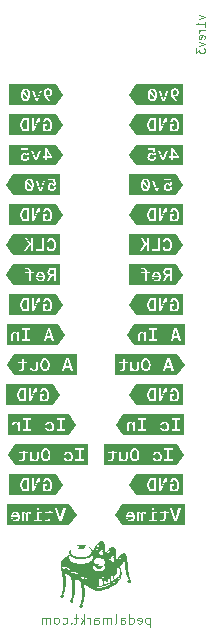
<source format=gbr>
%TF.GenerationSoftware,KiCad,Pcbnew,(6.0.9-0)*%
%TF.CreationDate,2025-08-18T12:38:07+02:00*%
%TF.ProjectId,pt-workshop,70742d77-6f72-46b7-9368-6f702e6b6963,rev?*%
%TF.SameCoordinates,Original*%
%TF.FileFunction,Legend,Bot*%
%TF.FilePolarity,Positive*%
%FSLAX46Y46*%
G04 Gerber Fmt 4.6, Leading zero omitted, Abs format (unit mm)*
G04 Created by KiCad (PCBNEW (6.0.9-0)) date 2025-08-18 12:38:07*
%MOMM*%
%LPD*%
G01*
G04 APERTURE LIST*
%ADD10C,0.120000*%
%ADD11C,0.110000*%
%ADD12C,5.500000*%
%ADD13C,3.200000*%
%ADD14R,1.700000X1.700000*%
%ADD15O,1.700000X1.700000*%
G04 APERTURE END LIST*
D10*
X41401428Y-102698571D02*
X41401428Y-103498571D01*
X41401428Y-102736666D02*
X41325238Y-102698571D01*
X41172857Y-102698571D01*
X41096666Y-102736666D01*
X41058571Y-102774761D01*
X41020476Y-102850952D01*
X41020476Y-103079523D01*
X41058571Y-103155714D01*
X41096666Y-103193809D01*
X41172857Y-103231904D01*
X41325238Y-103231904D01*
X41401428Y-103193809D01*
X40372857Y-103193809D02*
X40449047Y-103231904D01*
X40601428Y-103231904D01*
X40677619Y-103193809D01*
X40715714Y-103117619D01*
X40715714Y-102812857D01*
X40677619Y-102736666D01*
X40601428Y-102698571D01*
X40449047Y-102698571D01*
X40372857Y-102736666D01*
X40334761Y-102812857D01*
X40334761Y-102889047D01*
X40715714Y-102965238D01*
X39649047Y-103231904D02*
X39649047Y-102431904D01*
X39649047Y-103193809D02*
X39725238Y-103231904D01*
X39877619Y-103231904D01*
X39953809Y-103193809D01*
X39991904Y-103155714D01*
X40030000Y-103079523D01*
X40030000Y-102850952D01*
X39991904Y-102774761D01*
X39953809Y-102736666D01*
X39877619Y-102698571D01*
X39725238Y-102698571D01*
X39649047Y-102736666D01*
X38925238Y-103231904D02*
X38925238Y-102812857D01*
X38963333Y-102736666D01*
X39039523Y-102698571D01*
X39191904Y-102698571D01*
X39268095Y-102736666D01*
X38925238Y-103193809D02*
X39001428Y-103231904D01*
X39191904Y-103231904D01*
X39268095Y-103193809D01*
X39306190Y-103117619D01*
X39306190Y-103041428D01*
X39268095Y-102965238D01*
X39191904Y-102927142D01*
X39001428Y-102927142D01*
X38925238Y-102889047D01*
X38430000Y-103231904D02*
X38506190Y-103193809D01*
X38544285Y-103117619D01*
X38544285Y-102431904D01*
X38125238Y-103231904D02*
X38125238Y-102698571D01*
X38125238Y-102774761D02*
X38087142Y-102736666D01*
X38010952Y-102698571D01*
X37896666Y-102698571D01*
X37820476Y-102736666D01*
X37782380Y-102812857D01*
X37782380Y-103231904D01*
X37782380Y-102812857D02*
X37744285Y-102736666D01*
X37668095Y-102698571D01*
X37553809Y-102698571D01*
X37477619Y-102736666D01*
X37439523Y-102812857D01*
X37439523Y-103231904D01*
X36715714Y-103231904D02*
X36715714Y-102812857D01*
X36753809Y-102736666D01*
X36830000Y-102698571D01*
X36982380Y-102698571D01*
X37058571Y-102736666D01*
X36715714Y-103193809D02*
X36791904Y-103231904D01*
X36982380Y-103231904D01*
X37058571Y-103193809D01*
X37096666Y-103117619D01*
X37096666Y-103041428D01*
X37058571Y-102965238D01*
X36982380Y-102927142D01*
X36791904Y-102927142D01*
X36715714Y-102889047D01*
X36334761Y-103231904D02*
X36334761Y-102698571D01*
X36334761Y-102850952D02*
X36296666Y-102774761D01*
X36258571Y-102736666D01*
X36182380Y-102698571D01*
X36106190Y-102698571D01*
X35839523Y-103231904D02*
X35839523Y-102431904D01*
X35763333Y-102927142D02*
X35534761Y-103231904D01*
X35534761Y-102698571D02*
X35839523Y-103003333D01*
X35306190Y-102698571D02*
X35001428Y-102698571D01*
X35191904Y-102431904D02*
X35191904Y-103117619D01*
X35153809Y-103193809D01*
X35077619Y-103231904D01*
X35001428Y-103231904D01*
X34734761Y-103155714D02*
X34696666Y-103193809D01*
X34734761Y-103231904D01*
X34772857Y-103193809D01*
X34734761Y-103155714D01*
X34734761Y-103231904D01*
X34010952Y-103193809D02*
X34087142Y-103231904D01*
X34239523Y-103231904D01*
X34315714Y-103193809D01*
X34353809Y-103155714D01*
X34391904Y-103079523D01*
X34391904Y-102850952D01*
X34353809Y-102774761D01*
X34315714Y-102736666D01*
X34239523Y-102698571D01*
X34087142Y-102698571D01*
X34010952Y-102736666D01*
X33553809Y-103231904D02*
X33630000Y-103193809D01*
X33668095Y-103155714D01*
X33706190Y-103079523D01*
X33706190Y-102850952D01*
X33668095Y-102774761D01*
X33630000Y-102736666D01*
X33553809Y-102698571D01*
X33439523Y-102698571D01*
X33363333Y-102736666D01*
X33325238Y-102774761D01*
X33287142Y-102850952D01*
X33287142Y-103079523D01*
X33325238Y-103155714D01*
X33363333Y-103193809D01*
X33439523Y-103231904D01*
X33553809Y-103231904D01*
X32944285Y-103231904D02*
X32944285Y-102698571D01*
X32944285Y-102774761D02*
X32906190Y-102736666D01*
X32830000Y-102698571D01*
X32715714Y-102698571D01*
X32639523Y-102736666D01*
X32601428Y-102812857D01*
X32601428Y-103231904D01*
X32601428Y-102812857D02*
X32563333Y-102736666D01*
X32487142Y-102698571D01*
X32372857Y-102698571D01*
X32296666Y-102736666D01*
X32258571Y-102812857D01*
X32258571Y-103231904D01*
D11*
X45570000Y-51723333D02*
X46036666Y-51890000D01*
X45570000Y-52056666D01*
X46036666Y-52690000D02*
X46036666Y-52290000D01*
X46036666Y-52490000D02*
X45336666Y-52490000D01*
X45436666Y-52423333D01*
X45503333Y-52356666D01*
X45536666Y-52290000D01*
X46036666Y-52990000D02*
X45570000Y-52990000D01*
X45703333Y-52990000D02*
X45636666Y-53023333D01*
X45603333Y-53056666D01*
X45570000Y-53123333D01*
X45570000Y-53190000D01*
X46003333Y-53690000D02*
X46036666Y-53623333D01*
X46036666Y-53490000D01*
X46003333Y-53423333D01*
X45936666Y-53390000D01*
X45670000Y-53390000D01*
X45603333Y-53423333D01*
X45570000Y-53490000D01*
X45570000Y-53623333D01*
X45603333Y-53690000D01*
X45670000Y-53723333D01*
X45736666Y-53723333D01*
X45803333Y-53390000D01*
X45570000Y-53956666D02*
X46036666Y-54123333D01*
X45570000Y-54290000D01*
X45336666Y-54490000D02*
X45336666Y-54923333D01*
X45603333Y-54690000D01*
X45603333Y-54790000D01*
X45636666Y-54856666D01*
X45670000Y-54890000D01*
X45736666Y-54923333D01*
X45903333Y-54923333D01*
X45970000Y-54890000D01*
X46003333Y-54856666D01*
X46036666Y-54790000D01*
X46036666Y-54590000D01*
X46003333Y-54523333D01*
X45970000Y-54490000D01*
%TO.C,kibuzzard-68A2FF23*%
G36*
X39609999Y-76200000D02*
G01*
X39612116Y-76196825D01*
X41183697Y-76196825D01*
X41191287Y-76319410D01*
X41214058Y-76428402D01*
X41252009Y-76523800D01*
X41305140Y-76605606D01*
X41372857Y-76671239D01*
X41454564Y-76718120D01*
X41550260Y-76746249D01*
X41659947Y-76755625D01*
X41940934Y-76755625D01*
X42163184Y-76755625D01*
X42331459Y-76755625D01*
X42726747Y-75961875D01*
X42737859Y-75961875D01*
X42737859Y-76755625D01*
X42893434Y-76755625D01*
X43102984Y-76755625D01*
X43231572Y-76755625D01*
X43250622Y-76660375D01*
X43261734Y-76660375D01*
X43340315Y-76734988D01*
X43409570Y-76762372D01*
X43498272Y-76771500D01*
X43610720Y-76755537D01*
X43704647Y-76707647D01*
X43780053Y-76627831D01*
X43823461Y-76548407D01*
X43854467Y-76453802D01*
X43873071Y-76344016D01*
X43879272Y-76219050D01*
X43872426Y-76087734D01*
X43851887Y-75971598D01*
X43817657Y-75870643D01*
X43769734Y-75784869D01*
X43687361Y-75697997D01*
X43586290Y-75645874D01*
X43466522Y-75628500D01*
X43373212Y-75638466D01*
X43292249Y-75668364D01*
X43223634Y-75718194D01*
X43169483Y-75785839D01*
X43131912Y-75869183D01*
X43110922Y-75968225D01*
X43285547Y-75968225D01*
X43323294Y-75865037D01*
X43383619Y-75803125D01*
X43466522Y-75782488D01*
X43568122Y-75810467D01*
X43644322Y-75894406D01*
X43679599Y-75980219D01*
X43700766Y-76088434D01*
X43707822Y-76219050D01*
X43698233Y-76364782D01*
X43669468Y-76478130D01*
X43621525Y-76559093D01*
X43554406Y-76607670D01*
X43468109Y-76623863D01*
X43384170Y-76608781D01*
X43319678Y-76563538D01*
X43278601Y-76490116D01*
X43264909Y-76390500D01*
X43264909Y-76301600D01*
X43476047Y-76301600D01*
X43476047Y-76168250D01*
X43102984Y-76168250D01*
X43102984Y-76755625D01*
X42893434Y-76755625D01*
X42893434Y-75644375D01*
X42725159Y-75644375D01*
X42329872Y-76439713D01*
X42318759Y-76439713D01*
X42318759Y-75644375D01*
X42163184Y-75644375D01*
X42163184Y-76755625D01*
X41940934Y-76755625D01*
X41940934Y-75644375D01*
X41659947Y-75644375D01*
X41550905Y-75653652D01*
X41455556Y-75681483D01*
X41373899Y-75727868D01*
X41305934Y-75792806D01*
X41252455Y-75873719D01*
X41214256Y-75968027D01*
X41191337Y-76075729D01*
X41183697Y-76196825D01*
X39612116Y-76196825D01*
X40211485Y-75297771D01*
X44210001Y-75297771D01*
X44210001Y-77102229D01*
X40211485Y-77102229D01*
X39609999Y-76200000D01*
G37*
G36*
X41774247Y-76604812D02*
G01*
X41669472Y-76604812D01*
X41574134Y-76593259D01*
X41495552Y-76558599D01*
X41433728Y-76500831D01*
X41389190Y-76420839D01*
X41362467Y-76319503D01*
X41353559Y-76196825D01*
X41362335Y-76074102D01*
X41388661Y-75973693D01*
X41432537Y-75895597D01*
X41493965Y-75839814D01*
X41572943Y-75806344D01*
X41669472Y-75795188D01*
X41774247Y-75795188D01*
X41774247Y-76604812D01*
G37*
%TO.C,kibuzzard-68A2FF1E*%
G36*
X39609999Y-72757771D02*
G01*
X43608515Y-72757771D01*
X44210001Y-73660000D01*
X43608515Y-74562229D01*
X39609999Y-74562229D01*
X39609999Y-73552050D01*
X40639361Y-73552050D01*
X40982261Y-73552050D01*
X40982261Y-74215625D01*
X41144186Y-74215625D01*
X41144186Y-73807638D01*
X41595036Y-73807638D01*
X41598211Y-73860025D01*
X42182411Y-73860025D01*
X42161773Y-73957458D01*
X42112561Y-74033856D01*
X42039536Y-74083267D01*
X41947461Y-74099738D01*
X41855915Y-74086156D01*
X41790827Y-74045410D01*
X41752198Y-73977500D01*
X41596623Y-73977500D01*
X41639089Y-74083664D01*
X41715686Y-74164031D01*
X41820461Y-74214633D01*
X41947461Y-74231500D01*
X42054881Y-74219065D01*
X42063517Y-74215625D01*
X42498323Y-74215625D01*
X42677711Y-74215625D01*
X42936473Y-73761600D01*
X43114273Y-73761600D01*
X43114273Y-74215625D01*
X43277786Y-74215625D01*
X43277786Y-73104375D01*
X42895198Y-73104375D01*
X42795538Y-73114076D01*
X42710343Y-73143181D01*
X42639611Y-73191687D01*
X42586694Y-73256246D01*
X42554944Y-73333504D01*
X42544361Y-73423462D01*
X42559640Y-73530420D01*
X42605479Y-73619519D01*
X42678306Y-73687980D01*
X42774548Y-73733025D01*
X42498323Y-74215625D01*
X42063517Y-74215625D01*
X42148544Y-74181758D01*
X42228448Y-74119581D01*
X42289302Y-74037296D01*
X42325815Y-73939665D01*
X42337986Y-73826688D01*
X42325815Y-73708066D01*
X42289302Y-73606201D01*
X42228448Y-73521094D01*
X42149426Y-73457153D01*
X42058409Y-73418788D01*
X41955398Y-73406000D01*
X41857590Y-73417465D01*
X41771601Y-73451861D01*
X41697429Y-73509188D01*
X41640544Y-73588210D01*
X41606413Y-73687693D01*
X41595036Y-73807638D01*
X41144186Y-73807638D01*
X41144186Y-73552050D01*
X41375961Y-73552050D01*
X41375961Y-73421875D01*
X41144186Y-73421875D01*
X41144186Y-73367900D01*
X41122953Y-73244670D01*
X41059254Y-73157556D01*
X40964203Y-73105764D01*
X40848911Y-73088500D01*
X40760804Y-73097231D01*
X40677461Y-73123425D01*
X40709211Y-73242488D01*
X40821923Y-73220262D01*
X40889590Y-73231177D01*
X40940192Y-73263919D01*
X40971743Y-73315711D01*
X40982261Y-73383775D01*
X40982261Y-73421875D01*
X40639361Y-73421875D01*
X40639361Y-73552050D01*
X39609999Y-73552050D01*
X39609999Y-72757771D01*
G37*
G36*
X43114273Y-73617138D02*
G01*
X42917423Y-73617138D01*
X42832293Y-73604438D01*
X42767404Y-73566337D01*
X42726328Y-73507203D01*
X42712636Y-73431400D01*
X42726328Y-73355002D01*
X42767404Y-73297256D01*
X42832293Y-73260942D01*
X42917423Y-73248837D01*
X43114273Y-73248837D01*
X43114273Y-73617138D01*
G37*
G36*
X42037551Y-73552645D02*
G01*
X42106211Y-73597294D01*
X42155820Y-73664167D01*
X42180823Y-73745725D01*
X41750611Y-73745725D01*
X41765890Y-73662183D01*
X41808554Y-73595706D01*
X41873443Y-73552248D01*
X41955398Y-73537763D01*
X42037551Y-73552645D01*
G37*
%TO.C,kibuzzard-68A2FF19*%
G36*
X39609999Y-70217771D02*
G01*
X43608515Y-70217771D01*
X44210001Y-71120000D01*
X43608515Y-72022229D01*
X39609999Y-72022229D01*
X39609999Y-71675625D01*
X40577448Y-71675625D01*
X40767948Y-71675625D01*
X41104498Y-71180325D01*
X41179111Y-71180325D01*
X41179111Y-71675625D01*
X41345798Y-71675625D01*
X41575986Y-71675625D01*
X42282423Y-71675625D01*
X42282423Y-71331138D01*
X42484036Y-71331138D01*
X42507584Y-71440058D01*
X42548594Y-71529751D01*
X42607067Y-71600219D01*
X42680180Y-71650931D01*
X42765111Y-71681358D01*
X42861861Y-71691500D01*
X42985774Y-71674743D01*
X43088697Y-71624472D01*
X43170629Y-71540688D01*
X43217510Y-71458138D01*
X43250997Y-71361300D01*
X43271088Y-71250175D01*
X43277786Y-71124763D01*
X43270939Y-70997118D01*
X43250401Y-70884058D01*
X43216171Y-70785583D01*
X43168248Y-70701694D01*
X43085522Y-70616586D01*
X42983393Y-70565522D01*
X42861861Y-70548500D01*
X42766611Y-70558554D01*
X42684061Y-70588717D01*
X42614211Y-70638987D01*
X42558824Y-70710072D01*
X42519666Y-70802676D01*
X42496736Y-70916800D01*
X42668186Y-70916800D01*
X42703816Y-70797737D01*
X42768374Y-70726300D01*
X42861861Y-70702488D01*
X42965048Y-70730467D01*
X43042836Y-70814406D01*
X43078995Y-70898632D01*
X43100691Y-71002084D01*
X43107923Y-71124763D01*
X43100603Y-71248499D01*
X43078643Y-71350893D01*
X43042042Y-71431944D01*
X42964056Y-71511120D01*
X42861861Y-71537512D01*
X42764847Y-71514582D01*
X42696055Y-71445790D01*
X42655486Y-71331138D01*
X42484036Y-71331138D01*
X42282423Y-71331138D01*
X42282423Y-70564375D01*
X42112561Y-70564375D01*
X42112561Y-71524812D01*
X41575986Y-71524812D01*
X41575986Y-71675625D01*
X41345798Y-71675625D01*
X41345798Y-70564375D01*
X41179111Y-70564375D01*
X41179111Y-71029512D01*
X41104498Y-71029512D01*
X40804461Y-70564375D01*
X40613961Y-70564375D01*
X40950511Y-71096188D01*
X40950511Y-71104125D01*
X40577448Y-71675625D01*
X39609999Y-71675625D01*
X39609999Y-70217771D01*
G37*
%TO.C,kibuzzard-68A2FF07*%
G36*
X38462303Y-80377771D02*
G01*
X43740211Y-80377771D01*
X44341697Y-81280000D01*
X43740211Y-82182229D01*
X38462303Y-82182229D01*
X38462303Y-81172050D01*
X38793032Y-81172050D01*
X39115294Y-81172050D01*
X39115294Y-81554638D01*
X39096068Y-81644596D01*
X39038389Y-81698571D01*
X38942257Y-81716562D01*
X38837482Y-81703863D01*
X38837482Y-81834038D01*
X38908126Y-81847134D01*
X38980357Y-81851500D01*
X39087227Y-81840705D01*
X39100266Y-81835625D01*
X39761407Y-81835625D01*
X39907457Y-81835625D01*
X39923332Y-81737200D01*
X39934444Y-81737200D01*
X39996357Y-81800700D01*
X40076261Y-81838800D01*
X40174157Y-81851500D01*
X40294212Y-81830862D01*
X40387676Y-81768950D01*
X40447802Y-81670128D01*
X40467844Y-81538763D01*
X40467844Y-81280000D01*
X40667869Y-81280000D01*
X40674567Y-81406206D01*
X40694659Y-81518125D01*
X40728145Y-81615756D01*
X40775026Y-81699100D01*
X40854842Y-81783767D01*
X40951415Y-81834567D01*
X41064744Y-81851500D01*
X41172944Y-81835625D01*
X42533182Y-81835625D01*
X42706219Y-81835625D01*
X42790357Y-81545113D01*
X43153894Y-81545113D01*
X43236444Y-81835625D01*
X43409482Y-81835625D01*
X43072932Y-80724375D01*
X42869732Y-80724375D01*
X42533182Y-81835625D01*
X41172944Y-81835625D01*
X41178956Y-81834743D01*
X41276058Y-81784472D01*
X41356051Y-81700688D01*
X41402932Y-81617840D01*
X41436418Y-81520109D01*
X41456510Y-81407496D01*
X41463207Y-81280000D01*
X41456510Y-81153794D01*
X41436418Y-81041875D01*
X41402932Y-80944244D01*
X41356051Y-80860900D01*
X41276058Y-80776233D01*
X41178956Y-80725433D01*
X41064744Y-80708500D01*
X40951415Y-80725433D01*
X40854842Y-80776233D01*
X40775026Y-80860900D01*
X40728145Y-80944244D01*
X40694659Y-81041875D01*
X40674567Y-81153794D01*
X40667869Y-81280000D01*
X40467844Y-81280000D01*
X40467844Y-81041875D01*
X40305919Y-81041875D01*
X40305919Y-81510187D01*
X40293021Y-81599087D01*
X40254326Y-81662588D01*
X40195390Y-81700688D01*
X40121769Y-81713388D01*
X40042394Y-81699894D01*
X39978894Y-81659412D01*
X39937223Y-81591944D01*
X39923332Y-81497487D01*
X39923332Y-81041875D01*
X39761407Y-81041875D01*
X39761407Y-81835625D01*
X39100266Y-81835625D01*
X39170349Y-81808320D01*
X39229721Y-81754345D01*
X39265345Y-81678780D01*
X39277219Y-81581625D01*
X39277219Y-81172050D01*
X39529632Y-81172050D01*
X39529632Y-81041875D01*
X39399457Y-81041875D01*
X39292301Y-81010125D01*
X39261344Y-80899000D01*
X39261344Y-80825975D01*
X39115294Y-80825975D01*
X39115294Y-81041875D01*
X38793032Y-81041875D01*
X38793032Y-81172050D01*
X38462303Y-81172050D01*
X38462303Y-80377771D01*
G37*
G36*
X41161185Y-80889277D02*
G01*
X41234607Y-80969644D01*
X41269003Y-81051753D01*
X41289640Y-81155205D01*
X41296519Y-81280000D01*
X41289640Y-81404795D01*
X41269003Y-81508247D01*
X41234607Y-81590356D01*
X41161185Y-81670723D01*
X41064744Y-81697512D01*
X40969494Y-81670723D01*
X40896469Y-81590356D01*
X40862074Y-81508247D01*
X40841436Y-81404795D01*
X40834557Y-81280000D01*
X40841436Y-81155205D01*
X40862074Y-81051753D01*
X40896469Y-80969644D01*
X40969494Y-80889277D01*
X41064744Y-80862488D01*
X41161185Y-80889277D01*
G37*
G36*
X43112619Y-81403825D02*
G01*
X42830044Y-81403825D01*
X42966569Y-80929162D01*
X42977682Y-80929162D01*
X43112619Y-81403825D01*
G37*
%TO.C,kibuzzard-68A2FE8F*%
G36*
X38465742Y-93980000D02*
G01*
X38775305Y-93515656D01*
X41559603Y-93515656D01*
X41589766Y-93587888D01*
X41661203Y-93618844D01*
X41735022Y-93587888D01*
X41765978Y-93515656D01*
X41735022Y-93443425D01*
X41673175Y-93418819D01*
X43131228Y-93418819D01*
X43467778Y-94530069D01*
X43672566Y-94530069D01*
X44007528Y-93418819D01*
X43828141Y-93418819D01*
X43575728Y-94288769D01*
X43563028Y-94288769D01*
X43310616Y-93418819D01*
X43131228Y-93418819D01*
X41673175Y-93418819D01*
X41661203Y-93414056D01*
X41589766Y-93443425D01*
X41559603Y-93515656D01*
X38775305Y-93515656D01*
X39063524Y-93083327D01*
X44338258Y-93083327D01*
X44338258Y-94876673D01*
X39063524Y-94876673D01*
X38560463Y-94122081D01*
X39394253Y-94122081D01*
X39397428Y-94174469D01*
X39981628Y-94174469D01*
X39960991Y-94271902D01*
X39911778Y-94348300D01*
X39838753Y-94397711D01*
X39746678Y-94414181D01*
X39655133Y-94400599D01*
X39590045Y-94359853D01*
X39551416Y-94291944D01*
X39395841Y-94291944D01*
X39438307Y-94398108D01*
X39514903Y-94478475D01*
X39619678Y-94529077D01*
X39746678Y-94545944D01*
X39854099Y-94533508D01*
X39862733Y-94530069D01*
X40302303Y-94530069D01*
X40454703Y-94530069D01*
X40454703Y-93958569D01*
X40476928Y-93886338D01*
X40537253Y-93858556D01*
X40607897Y-93891100D01*
X40635678Y-93979206D01*
X40635678Y-94530069D01*
X40788078Y-94530069D01*
X40788078Y-93966506D01*
X40811097Y-93887925D01*
X40872216Y-93858556D01*
X40941272Y-93888719D01*
X40969053Y-93974444D01*
X40969053Y-94530069D01*
X41119866Y-94530069D01*
X41308778Y-94530069D01*
X42019978Y-94530069D01*
X42019978Y-94404656D01*
X41743753Y-94404656D01*
X41743753Y-93866494D01*
X42248578Y-93866494D01*
X42570841Y-93866494D01*
X42570841Y-94249081D01*
X42551615Y-94339040D01*
X42493935Y-94393015D01*
X42397803Y-94411006D01*
X42293028Y-94398306D01*
X42293028Y-94528481D01*
X42363672Y-94541578D01*
X42435903Y-94545944D01*
X42542774Y-94535149D01*
X42625895Y-94502764D01*
X42685268Y-94448789D01*
X42720891Y-94373224D01*
X42732766Y-94276069D01*
X42732766Y-93866494D01*
X42985178Y-93866494D01*
X42985178Y-93736319D01*
X42855003Y-93736319D01*
X42747847Y-93704569D01*
X42716891Y-93593444D01*
X42716891Y-93520419D01*
X42570841Y-93520419D01*
X42570841Y-93736319D01*
X42248578Y-93736319D01*
X42248578Y-93866494D01*
X41743753Y-93866494D01*
X41743753Y-93861731D01*
X42004103Y-93861731D01*
X42004103Y-93736319D01*
X41583416Y-93736319D01*
X41583416Y-94404656D01*
X41308778Y-94404656D01*
X41308778Y-94530069D01*
X41119866Y-94530069D01*
X41119866Y-93736319D01*
X40983341Y-93736319D01*
X40969053Y-93798231D01*
X40956353Y-93798231D01*
X40895632Y-93739891D01*
X40811891Y-93720444D01*
X40714260Y-93749019D01*
X40661078Y-93815694D01*
X40648378Y-93815694D01*
X40582100Y-93744256D01*
X40481691Y-93720444D01*
X40408666Y-93733739D01*
X40351516Y-93773625D01*
X40314607Y-93840102D01*
X40302303Y-93933169D01*
X40302303Y-94530069D01*
X39862733Y-94530069D01*
X39947762Y-94496202D01*
X40027666Y-94434025D01*
X40088520Y-94351740D01*
X40125033Y-94254108D01*
X40137203Y-94141131D01*
X40125033Y-94022510D01*
X40088520Y-93920645D01*
X40027666Y-93835538D01*
X39948644Y-93771597D01*
X39857627Y-93733232D01*
X39754616Y-93720444D01*
X39656808Y-93731909D01*
X39570819Y-93766305D01*
X39496647Y-93823631D01*
X39439762Y-93902653D01*
X39405631Y-94002137D01*
X39394253Y-94122081D01*
X38560463Y-94122081D01*
X38465742Y-93980000D01*
G37*
G36*
X39836769Y-93867089D02*
G01*
X39905428Y-93911737D01*
X39955038Y-93978611D01*
X39980041Y-94060169D01*
X39549828Y-94060169D01*
X39565108Y-93976627D01*
X39607772Y-93910150D01*
X39672661Y-93866692D01*
X39754616Y-93852206D01*
X39836769Y-93867089D01*
G37*
%TO.C,kibuzzard-68A2FE8A*%
G36*
X39609999Y-91440000D02*
G01*
X39612116Y-91436825D01*
X41183697Y-91436825D01*
X41191287Y-91559410D01*
X41214058Y-91668402D01*
X41252009Y-91763800D01*
X41305140Y-91845606D01*
X41372857Y-91911239D01*
X41454564Y-91958120D01*
X41550260Y-91986249D01*
X41659947Y-91995625D01*
X41940934Y-91995625D01*
X42163184Y-91995625D01*
X42331459Y-91995625D01*
X42726747Y-91201875D01*
X42737859Y-91201875D01*
X42737859Y-91995625D01*
X42893434Y-91995625D01*
X43102984Y-91995625D01*
X43231572Y-91995625D01*
X43250622Y-91900375D01*
X43261734Y-91900375D01*
X43340315Y-91974988D01*
X43409570Y-92002372D01*
X43498272Y-92011500D01*
X43610720Y-91995537D01*
X43704647Y-91947647D01*
X43780053Y-91867831D01*
X43823461Y-91788407D01*
X43854467Y-91693802D01*
X43873071Y-91584016D01*
X43879272Y-91459050D01*
X43872426Y-91327734D01*
X43851887Y-91211598D01*
X43817657Y-91110643D01*
X43769734Y-91024869D01*
X43687361Y-90937997D01*
X43586290Y-90885874D01*
X43466522Y-90868500D01*
X43373212Y-90878466D01*
X43292249Y-90908364D01*
X43223634Y-90958194D01*
X43169483Y-91025839D01*
X43131912Y-91109183D01*
X43110922Y-91208225D01*
X43285547Y-91208225D01*
X43323294Y-91105037D01*
X43383619Y-91043125D01*
X43466522Y-91022488D01*
X43568122Y-91050467D01*
X43644322Y-91134406D01*
X43679599Y-91220219D01*
X43700766Y-91328434D01*
X43707822Y-91459050D01*
X43698233Y-91604782D01*
X43669468Y-91718130D01*
X43621525Y-91799093D01*
X43554406Y-91847670D01*
X43468109Y-91863863D01*
X43384170Y-91848781D01*
X43319678Y-91803538D01*
X43278601Y-91730116D01*
X43264909Y-91630500D01*
X43264909Y-91541600D01*
X43476047Y-91541600D01*
X43476047Y-91408250D01*
X43102984Y-91408250D01*
X43102984Y-91995625D01*
X42893434Y-91995625D01*
X42893434Y-90884375D01*
X42725159Y-90884375D01*
X42329872Y-91679713D01*
X42318759Y-91679713D01*
X42318759Y-90884375D01*
X42163184Y-90884375D01*
X42163184Y-91995625D01*
X41940934Y-91995625D01*
X41940934Y-90884375D01*
X41659947Y-90884375D01*
X41550905Y-90893652D01*
X41455556Y-90921483D01*
X41373899Y-90967868D01*
X41305934Y-91032806D01*
X41252455Y-91113719D01*
X41214256Y-91208027D01*
X41191337Y-91315729D01*
X41183697Y-91436825D01*
X39612116Y-91436825D01*
X40211485Y-90537771D01*
X44210001Y-90537771D01*
X44210001Y-92342229D01*
X40211485Y-92342229D01*
X39609999Y-91440000D01*
G37*
G36*
X41774247Y-91844812D02*
G01*
X41669472Y-91844812D01*
X41574134Y-91833259D01*
X41495552Y-91798599D01*
X41433728Y-91740831D01*
X41389190Y-91660839D01*
X41362467Y-91559503D01*
X41353559Y-91436825D01*
X41362335Y-91314102D01*
X41388661Y-91213693D01*
X41432537Y-91135597D01*
X41493965Y-91079814D01*
X41572943Y-91046344D01*
X41669472Y-91035188D01*
X41774247Y-91035188D01*
X41774247Y-91844812D01*
G37*
%TO.C,kibuzzard-68A2FE85*%
G36*
X37516153Y-87997771D02*
G01*
X43670361Y-87997771D01*
X44271847Y-88900000D01*
X43670361Y-89802229D01*
X37516153Y-89802229D01*
X37516153Y-88792050D01*
X37846882Y-88792050D01*
X38169144Y-88792050D01*
X38169144Y-89174638D01*
X38149918Y-89264596D01*
X38092239Y-89318571D01*
X37996107Y-89336562D01*
X37891332Y-89323863D01*
X37891332Y-89454038D01*
X37961976Y-89467134D01*
X38034207Y-89471500D01*
X38141077Y-89460705D01*
X38154116Y-89455625D01*
X38815257Y-89455625D01*
X38961307Y-89455625D01*
X38977182Y-89357200D01*
X38988294Y-89357200D01*
X39050207Y-89420700D01*
X39130111Y-89458800D01*
X39228007Y-89471500D01*
X39348062Y-89450862D01*
X39441526Y-89388950D01*
X39501652Y-89290128D01*
X39521694Y-89158763D01*
X39521694Y-88900000D01*
X39721719Y-88900000D01*
X39728417Y-89026206D01*
X39748509Y-89138125D01*
X39781995Y-89235756D01*
X39828876Y-89319100D01*
X39908692Y-89403767D01*
X40005265Y-89454567D01*
X40118594Y-89471500D01*
X40232806Y-89454743D01*
X40329908Y-89404472D01*
X40409901Y-89320688D01*
X40456782Y-89237840D01*
X40472998Y-89190513D01*
X41648944Y-89190513D01*
X41690418Y-89306003D01*
X41770388Y-89395300D01*
X41841914Y-89437633D01*
X41924199Y-89463033D01*
X42017244Y-89471500D01*
X42129075Y-89458712D01*
X42136824Y-89455625D01*
X42617319Y-89455625D01*
X43339632Y-89455625D01*
X43339632Y-89307988D01*
X43060232Y-89307988D01*
X43060232Y-88492013D01*
X43331694Y-88492013D01*
X43331694Y-88344375D01*
X42625257Y-88344375D01*
X42625257Y-88492013D01*
X42893544Y-88492013D01*
X42893544Y-89307988D01*
X42617319Y-89307988D01*
X42617319Y-89455625D01*
X42136824Y-89455625D01*
X42225383Y-89420347D01*
X42306169Y-89356406D01*
X42367024Y-89272710D01*
X42403536Y-89175078D01*
X42415707Y-89063512D01*
X42403183Y-88949036D01*
X42365612Y-88849024D01*
X42302994Y-88763475D01*
X42221326Y-88698211D01*
X42126606Y-88659053D01*
X42018832Y-88646000D01*
X41928962Y-88654555D01*
X41847735Y-88680219D01*
X41775151Y-88722994D01*
X41716149Y-88781114D01*
X41675667Y-88852816D01*
X41653707Y-88938100D01*
X41817219Y-88938100D01*
X41841230Y-88877180D01*
X41884688Y-88827769D01*
X41944815Y-88795027D01*
X42018832Y-88784112D01*
X42112693Y-88803758D01*
X42187901Y-88862694D01*
X42237312Y-88952189D01*
X42253782Y-89063512D01*
X42237709Y-89170669D01*
X42189488Y-89257188D01*
X42114280Y-89314338D01*
X42017244Y-89333388D01*
X41944418Y-89323863D01*
X41884688Y-89295288D01*
X41840040Y-89250044D01*
X41812457Y-89190513D01*
X41648944Y-89190513D01*
X40472998Y-89190513D01*
X40490268Y-89140109D01*
X40510360Y-89027496D01*
X40517057Y-88900000D01*
X40510360Y-88773794D01*
X40490268Y-88661875D01*
X40456782Y-88564244D01*
X40409901Y-88480900D01*
X40329908Y-88396233D01*
X40232806Y-88345433D01*
X40118594Y-88328500D01*
X40005265Y-88345433D01*
X39908692Y-88396233D01*
X39828876Y-88480900D01*
X39781995Y-88564244D01*
X39748509Y-88661875D01*
X39728417Y-88773794D01*
X39721719Y-88900000D01*
X39521694Y-88900000D01*
X39521694Y-88661875D01*
X39359769Y-88661875D01*
X39359769Y-89130187D01*
X39346871Y-89219087D01*
X39308176Y-89282588D01*
X39249240Y-89320688D01*
X39175619Y-89333388D01*
X39096244Y-89319894D01*
X39032744Y-89279412D01*
X38991073Y-89211944D01*
X38977182Y-89117487D01*
X38977182Y-88661875D01*
X38815257Y-88661875D01*
X38815257Y-89455625D01*
X38154116Y-89455625D01*
X38224199Y-89428320D01*
X38283571Y-89374345D01*
X38319195Y-89298780D01*
X38331069Y-89201625D01*
X38331069Y-88792050D01*
X38583482Y-88792050D01*
X38583482Y-88661875D01*
X38453307Y-88661875D01*
X38346151Y-88630125D01*
X38315194Y-88519000D01*
X38315194Y-88445975D01*
X38169144Y-88445975D01*
X38169144Y-88661875D01*
X37846882Y-88661875D01*
X37846882Y-88792050D01*
X37516153Y-88792050D01*
X37516153Y-87997771D01*
G37*
G36*
X40215035Y-88509277D02*
G01*
X40288457Y-88589644D01*
X40322853Y-88671753D01*
X40343490Y-88775205D01*
X40350369Y-88900000D01*
X40343490Y-89024795D01*
X40322853Y-89128247D01*
X40288457Y-89210356D01*
X40215035Y-89290723D01*
X40118594Y-89317512D01*
X40023344Y-89290723D01*
X39950319Y-89210356D01*
X39915924Y-89128247D01*
X39895286Y-89024795D01*
X39888407Y-88900000D01*
X39895286Y-88775205D01*
X39915924Y-88671753D01*
X39950319Y-88589644D01*
X40023344Y-88509277D01*
X40118594Y-88482488D01*
X40215035Y-88509277D01*
G37*
%TO.C,kibuzzard-68A2FE80*%
G36*
X38510192Y-86360000D02*
G01*
X39106387Y-85465708D01*
X44293808Y-85465708D01*
X44293808Y-87254292D01*
X39106387Y-87254292D01*
X38875318Y-86907688D01*
X39437116Y-86907688D01*
X39599041Y-86907688D01*
X39599041Y-86439375D01*
X39611939Y-86350475D01*
X39650635Y-86286975D01*
X39709571Y-86248875D01*
X39783191Y-86236175D01*
X39862566Y-86249669D01*
X39926066Y-86290150D01*
X39967738Y-86357619D01*
X39981628Y-86452075D01*
X39981628Y-86907688D01*
X40143553Y-86907688D01*
X40383266Y-86907688D01*
X41105578Y-86907688D01*
X41105578Y-86760050D01*
X40826178Y-86760050D01*
X40826178Y-86642575D01*
X42272391Y-86642575D01*
X42313864Y-86758066D01*
X42393835Y-86847363D01*
X42465360Y-86889696D01*
X42547646Y-86915096D01*
X42640691Y-86923563D01*
X42752522Y-86910774D01*
X42760269Y-86907688D01*
X43240766Y-86907688D01*
X43963078Y-86907688D01*
X43963078Y-86760050D01*
X43683678Y-86760050D01*
X43683678Y-85944075D01*
X43955141Y-85944075D01*
X43955141Y-85796437D01*
X43248703Y-85796437D01*
X43248703Y-85944075D01*
X43516991Y-85944075D01*
X43516991Y-86760050D01*
X43240766Y-86760050D01*
X43240766Y-86907688D01*
X42760269Y-86907688D01*
X42848830Y-86872410D01*
X42929616Y-86808469D01*
X42990470Y-86724772D01*
X43026983Y-86627141D01*
X43039153Y-86515575D01*
X43026630Y-86401099D01*
X42989059Y-86301086D01*
X42926441Y-86215538D01*
X42844773Y-86150274D01*
X42750052Y-86111115D01*
X42642278Y-86098063D01*
X42552408Y-86106617D01*
X42471181Y-86132282D01*
X42398597Y-86175056D01*
X42339595Y-86233176D01*
X42299114Y-86304878D01*
X42277153Y-86390163D01*
X42440666Y-86390163D01*
X42464677Y-86329242D01*
X42508135Y-86279831D01*
X42568261Y-86247089D01*
X42642278Y-86236175D01*
X42736139Y-86255820D01*
X42811347Y-86314756D01*
X42860758Y-86404252D01*
X42877228Y-86515575D01*
X42861155Y-86622731D01*
X42812935Y-86709250D01*
X42737727Y-86766400D01*
X42640691Y-86785450D01*
X42567864Y-86775925D01*
X42508135Y-86747350D01*
X42463486Y-86702106D01*
X42435903Y-86642575D01*
X42272391Y-86642575D01*
X40826178Y-86642575D01*
X40826178Y-85944075D01*
X41097641Y-85944075D01*
X41097641Y-85796437D01*
X40391203Y-85796437D01*
X40391203Y-85944075D01*
X40659491Y-85944075D01*
X40659491Y-86760050D01*
X40383266Y-86760050D01*
X40383266Y-86907688D01*
X40143553Y-86907688D01*
X40143553Y-86113938D01*
X39997503Y-86113938D01*
X39981628Y-86212363D01*
X39970516Y-86212363D01*
X39908603Y-86148862D01*
X39828699Y-86110763D01*
X39730803Y-86098063D01*
X39610749Y-86118700D01*
X39517285Y-86180613D01*
X39457158Y-86279434D01*
X39437116Y-86410800D01*
X39437116Y-86907688D01*
X38875318Y-86907688D01*
X38510192Y-86360000D01*
G37*
%TO.C,kibuzzard-68A2FE7B*%
G36*
X39609999Y-83820000D02*
G01*
X39612116Y-83816825D01*
X41183697Y-83816825D01*
X41191287Y-83939410D01*
X41214058Y-84048402D01*
X41252009Y-84143800D01*
X41305140Y-84225606D01*
X41372857Y-84291239D01*
X41454564Y-84338120D01*
X41550260Y-84366249D01*
X41659947Y-84375625D01*
X41940934Y-84375625D01*
X42163184Y-84375625D01*
X42331459Y-84375625D01*
X42726747Y-83581875D01*
X42737859Y-83581875D01*
X42737859Y-84375625D01*
X42893434Y-84375625D01*
X43102984Y-84375625D01*
X43231572Y-84375625D01*
X43250622Y-84280375D01*
X43261734Y-84280375D01*
X43340315Y-84354988D01*
X43409570Y-84382372D01*
X43498272Y-84391500D01*
X43610720Y-84375537D01*
X43704647Y-84327647D01*
X43780053Y-84247831D01*
X43823461Y-84168407D01*
X43854467Y-84073802D01*
X43873071Y-83964016D01*
X43879272Y-83839050D01*
X43872426Y-83707734D01*
X43851887Y-83591598D01*
X43817657Y-83490643D01*
X43769734Y-83404869D01*
X43687361Y-83317997D01*
X43586290Y-83265874D01*
X43466522Y-83248500D01*
X43373212Y-83258466D01*
X43292249Y-83288364D01*
X43223634Y-83338194D01*
X43169483Y-83405839D01*
X43131912Y-83489183D01*
X43110922Y-83588225D01*
X43285547Y-83588225D01*
X43323294Y-83485037D01*
X43383619Y-83423125D01*
X43466522Y-83402488D01*
X43568122Y-83430467D01*
X43644322Y-83514406D01*
X43679599Y-83600219D01*
X43700766Y-83708434D01*
X43707822Y-83839050D01*
X43698233Y-83984782D01*
X43669468Y-84098130D01*
X43621525Y-84179093D01*
X43554406Y-84227670D01*
X43468109Y-84243863D01*
X43384170Y-84228781D01*
X43319678Y-84183538D01*
X43278601Y-84110116D01*
X43264909Y-84010500D01*
X43264909Y-83921600D01*
X43476047Y-83921600D01*
X43476047Y-83788250D01*
X43102984Y-83788250D01*
X43102984Y-84375625D01*
X42893434Y-84375625D01*
X42893434Y-83264375D01*
X42725159Y-83264375D01*
X42329872Y-84059713D01*
X42318759Y-84059713D01*
X42318759Y-83264375D01*
X42163184Y-83264375D01*
X42163184Y-84375625D01*
X41940934Y-84375625D01*
X41940934Y-83264375D01*
X41659947Y-83264375D01*
X41550905Y-83273652D01*
X41455556Y-83301483D01*
X41373899Y-83347868D01*
X41305934Y-83412806D01*
X41252455Y-83493719D01*
X41214256Y-83588027D01*
X41191337Y-83695729D01*
X41183697Y-83816825D01*
X39612116Y-83816825D01*
X40211485Y-82917771D01*
X44210001Y-82917771D01*
X44210001Y-84722229D01*
X40211485Y-84722229D01*
X39609999Y-83820000D01*
G37*
G36*
X41774247Y-84224812D02*
G01*
X41669472Y-84224812D01*
X41574134Y-84213259D01*
X41495552Y-84178599D01*
X41433728Y-84120831D01*
X41389190Y-84040839D01*
X41362467Y-83939503D01*
X41353559Y-83816825D01*
X41362335Y-83694102D01*
X41388661Y-83593693D01*
X41432537Y-83515597D01*
X41493965Y-83459814D01*
X41572943Y-83426344D01*
X41669472Y-83415188D01*
X41774247Y-83415188D01*
X41774247Y-84224812D01*
G37*
%TO.C,kibuzzard-68A2FE76*%
G36*
X39458988Y-78740000D02*
G01*
X40049891Y-77853646D01*
X44361012Y-77853646D01*
X44361012Y-79626354D01*
X40049891Y-79626354D01*
X39829405Y-79295625D01*
X40380620Y-79295625D01*
X40542545Y-79295625D01*
X40542545Y-78827313D01*
X40555444Y-78738413D01*
X40594139Y-78674912D01*
X40653075Y-78636812D01*
X40726695Y-78624112D01*
X40806070Y-78637606D01*
X40869570Y-78678088D01*
X40911242Y-78745556D01*
X40925133Y-78840013D01*
X40925133Y-79295625D01*
X41087058Y-79295625D01*
X41326770Y-79295625D01*
X42049083Y-79295625D01*
X43153983Y-79295625D01*
X43327020Y-79295625D01*
X43411158Y-79005113D01*
X43774695Y-79005113D01*
X43857245Y-79295625D01*
X44030283Y-79295625D01*
X43693733Y-78184375D01*
X43490533Y-78184375D01*
X43153983Y-79295625D01*
X42049083Y-79295625D01*
X42049083Y-79147988D01*
X41769683Y-79147988D01*
X41769683Y-78332013D01*
X42041145Y-78332013D01*
X42041145Y-78184375D01*
X41334708Y-78184375D01*
X41334708Y-78332013D01*
X41602995Y-78332013D01*
X41602995Y-79147988D01*
X41326770Y-79147988D01*
X41326770Y-79295625D01*
X41087058Y-79295625D01*
X41087058Y-78501875D01*
X40941008Y-78501875D01*
X40925133Y-78600300D01*
X40914020Y-78600300D01*
X40852108Y-78536800D01*
X40772203Y-78498700D01*
X40674308Y-78486000D01*
X40554253Y-78506637D01*
X40460789Y-78568550D01*
X40400662Y-78667372D01*
X40380620Y-78798737D01*
X40380620Y-79295625D01*
X39829405Y-79295625D01*
X39458988Y-78740000D01*
G37*
G36*
X43733420Y-78863825D02*
G01*
X43450845Y-78863825D01*
X43587370Y-78389162D01*
X43598483Y-78389162D01*
X43733420Y-78863825D01*
G37*
%TO.C,kibuzzard-68A2FE71*%
G36*
X39609999Y-68580000D02*
G01*
X39612116Y-68576825D01*
X41183697Y-68576825D01*
X41191287Y-68699410D01*
X41214058Y-68808402D01*
X41252009Y-68903800D01*
X41305140Y-68985606D01*
X41372857Y-69051239D01*
X41454564Y-69098120D01*
X41550260Y-69126249D01*
X41659947Y-69135625D01*
X41940934Y-69135625D01*
X42163184Y-69135625D01*
X42331459Y-69135625D01*
X42726747Y-68341875D01*
X42737859Y-68341875D01*
X42737859Y-69135625D01*
X42893434Y-69135625D01*
X43102984Y-69135625D01*
X43231572Y-69135625D01*
X43250622Y-69040375D01*
X43261734Y-69040375D01*
X43340315Y-69114988D01*
X43409570Y-69142372D01*
X43498272Y-69151500D01*
X43610720Y-69135537D01*
X43704647Y-69087647D01*
X43780053Y-69007831D01*
X43823461Y-68928407D01*
X43854467Y-68833802D01*
X43873071Y-68724016D01*
X43879272Y-68599050D01*
X43872426Y-68467734D01*
X43851887Y-68351598D01*
X43817657Y-68250643D01*
X43769734Y-68164869D01*
X43687361Y-68077997D01*
X43586290Y-68025874D01*
X43466522Y-68008500D01*
X43373212Y-68018466D01*
X43292249Y-68048364D01*
X43223634Y-68098194D01*
X43169483Y-68165839D01*
X43131912Y-68249183D01*
X43110922Y-68348225D01*
X43285547Y-68348225D01*
X43323294Y-68245037D01*
X43383619Y-68183125D01*
X43466522Y-68162488D01*
X43568122Y-68190467D01*
X43644322Y-68274406D01*
X43679599Y-68360219D01*
X43700766Y-68468434D01*
X43707822Y-68599050D01*
X43698233Y-68744782D01*
X43669468Y-68858130D01*
X43621525Y-68939093D01*
X43554406Y-68987670D01*
X43468109Y-69003863D01*
X43384170Y-68988781D01*
X43319678Y-68943538D01*
X43278601Y-68870116D01*
X43264909Y-68770500D01*
X43264909Y-68681600D01*
X43476047Y-68681600D01*
X43476047Y-68548250D01*
X43102984Y-68548250D01*
X43102984Y-69135625D01*
X42893434Y-69135625D01*
X42893434Y-68024375D01*
X42725159Y-68024375D01*
X42329872Y-68819713D01*
X42318759Y-68819713D01*
X42318759Y-68024375D01*
X42163184Y-68024375D01*
X42163184Y-69135625D01*
X41940934Y-69135625D01*
X41940934Y-68024375D01*
X41659947Y-68024375D01*
X41550905Y-68033652D01*
X41455556Y-68061483D01*
X41373899Y-68107868D01*
X41305934Y-68172806D01*
X41252455Y-68253719D01*
X41214256Y-68348027D01*
X41191337Y-68455729D01*
X41183697Y-68576825D01*
X39612116Y-68576825D01*
X40211485Y-67677771D01*
X44210001Y-67677771D01*
X44210001Y-69482229D01*
X40211485Y-69482229D01*
X39609999Y-68580000D01*
G37*
G36*
X41774247Y-68984812D02*
G01*
X41669472Y-68984812D01*
X41574134Y-68973259D01*
X41495552Y-68938599D01*
X41433728Y-68880831D01*
X41389190Y-68800839D01*
X41362467Y-68699503D01*
X41353559Y-68576825D01*
X41362335Y-68454102D01*
X41388661Y-68353693D01*
X41432537Y-68275597D01*
X41493965Y-68219814D01*
X41572943Y-68186344D01*
X41669472Y-68175188D01*
X41774247Y-68175188D01*
X41774247Y-68984812D01*
G37*
%TO.C,kibuzzard-68A2FE6B*%
G36*
X39625610Y-65184602D02*
G01*
X43624125Y-65184602D01*
X44194390Y-66040000D01*
X43624125Y-66895398D01*
X39625610Y-66895398D01*
X39625610Y-66042381D01*
X40653384Y-66042381D01*
X40659783Y-66163825D01*
X40678982Y-66269394D01*
X40710980Y-66359087D01*
X40755777Y-66432906D01*
X40832242Y-66506108D01*
X40925111Y-66550028D01*
X41034384Y-66564669D01*
X41143921Y-66549852D01*
X41237584Y-66505402D01*
X41315371Y-66431319D01*
X41361210Y-66356805D01*
X41393952Y-66266616D01*
X41413598Y-66160749D01*
X41420146Y-66039206D01*
X41413598Y-65919003D01*
X41393952Y-65813980D01*
X41372474Y-65755044D01*
X41590009Y-65755044D01*
X41890046Y-66548794D01*
X42086896Y-66548794D01*
X42209356Y-66226531D01*
X42586959Y-66226531D01*
X42598247Y-66322310D01*
X42632114Y-66404331D01*
X42688559Y-66472594D01*
X42762818Y-66523747D01*
X42850131Y-66554438D01*
X42950496Y-66564669D01*
X43044511Y-66555320D01*
X43125474Y-66527274D01*
X43193384Y-66480531D01*
X43245418Y-66418090D01*
X43278756Y-66342948D01*
X43293396Y-66255106D01*
X43136234Y-66255106D01*
X43118573Y-66328925D01*
X43078290Y-66385281D01*
X43019751Y-66421000D01*
X42947321Y-66432906D01*
X42868343Y-66419214D01*
X42806034Y-66378138D01*
X42765552Y-66313645D01*
X42752059Y-66229706D01*
X42764957Y-66145767D01*
X42803652Y-66078100D01*
X42863779Y-66033452D01*
X42940971Y-66018569D01*
X43048921Y-66045556D01*
X43125121Y-66121756D01*
X43271171Y-66088419D01*
X43217196Y-65532794D01*
X42634584Y-65532794D01*
X42634584Y-65669319D01*
X43075909Y-65669319D01*
X43106071Y-65961419D01*
X43019155Y-65910222D01*
X42907634Y-65893156D01*
X42818381Y-65903651D01*
X42741122Y-65935137D01*
X42675859Y-65987613D01*
X42626470Y-66056140D01*
X42596836Y-66135779D01*
X42586959Y-66226531D01*
X42209356Y-66226531D01*
X42388521Y-65755044D01*
X42221834Y-65755044D01*
X41993234Y-66380519D01*
X41982121Y-66380519D01*
X41755109Y-65755044D01*
X41590009Y-65755044D01*
X41372474Y-65755044D01*
X41361210Y-65724137D01*
X41315371Y-65649475D01*
X41237584Y-65574951D01*
X41143921Y-65530236D01*
X41034384Y-65515331D01*
X40925111Y-65530236D01*
X40832242Y-65574951D01*
X40755777Y-65649475D01*
X40710980Y-65724336D01*
X40678982Y-65814773D01*
X40659783Y-65920789D01*
X40653384Y-66042381D01*
X39625610Y-66042381D01*
X39625610Y-65184602D01*
G37*
G36*
X41120505Y-65680431D02*
G01*
X41188371Y-65751869D01*
X41221003Y-65826305D01*
X41240582Y-65922613D01*
X41247109Y-66040794D01*
X41243140Y-66134059D01*
X41231234Y-66210656D01*
X40883571Y-65748694D01*
X40949055Y-65679637D01*
X41034384Y-65656619D01*
X41120505Y-65680431D01*
G37*
G36*
X41186784Y-66332894D02*
G01*
X41120902Y-66400759D01*
X41034384Y-66423381D01*
X40948460Y-66399569D01*
X40881190Y-66328131D01*
X40848999Y-66253872D01*
X40829684Y-66158092D01*
X40823246Y-66040794D01*
X40827215Y-65951894D01*
X40839121Y-65869344D01*
X41186784Y-66332894D01*
G37*
%TO.C,kibuzzard-68A2FE67*%
G36*
X39628520Y-63500000D02*
G01*
X40192964Y-62653333D01*
X44191480Y-62653333D01*
X44191480Y-64346667D01*
X40192964Y-64346667D01*
X39747053Y-63677800D01*
X41198513Y-63677800D01*
X41209802Y-63773579D01*
X41243669Y-63855600D01*
X41300113Y-63923863D01*
X41374373Y-63975015D01*
X41461686Y-64005707D01*
X41562051Y-64015938D01*
X41656066Y-64006589D01*
X41737029Y-63978543D01*
X41804938Y-63931800D01*
X41856973Y-63869358D01*
X41890311Y-63794217D01*
X41904951Y-63706375D01*
X41747788Y-63706375D01*
X41730127Y-63780194D01*
X41689845Y-63836550D01*
X41631306Y-63872269D01*
X41558876Y-63884175D01*
X41479898Y-63870483D01*
X41417588Y-63829406D01*
X41377107Y-63764914D01*
X41363613Y-63680975D01*
X41376512Y-63597036D01*
X41415207Y-63529369D01*
X41475334Y-63484720D01*
X41552526Y-63469838D01*
X41660476Y-63496825D01*
X41736676Y-63573025D01*
X41882726Y-63539688D01*
X41850341Y-63206313D01*
X42106563Y-63206313D01*
X42406601Y-64000063D01*
X42603451Y-64000063D01*
X42690319Y-63771463D01*
X43055888Y-63771463D01*
X43230513Y-63771463D01*
X43230513Y-64000063D01*
X43386088Y-64000063D01*
X43386088Y-63771463D01*
X43860751Y-63771463D01*
X43860751Y-63690500D01*
X43400376Y-62984063D01*
X43230513Y-62984063D01*
X43230513Y-63646050D01*
X43055888Y-63646050D01*
X43055888Y-63771463D01*
X42690319Y-63771463D01*
X42905076Y-63206313D01*
X42738388Y-63206313D01*
X42509788Y-63831788D01*
X42498676Y-63831788D01*
X42271663Y-63206313D01*
X42106563Y-63206313D01*
X41850341Y-63206313D01*
X41828751Y-62984063D01*
X41246138Y-62984063D01*
X41246138Y-63120588D01*
X41687463Y-63120588D01*
X41717626Y-63412688D01*
X41630710Y-63361491D01*
X41519188Y-63344425D01*
X41429936Y-63354920D01*
X41352677Y-63386406D01*
X41287413Y-63438881D01*
X41238024Y-63507408D01*
X41208391Y-63587048D01*
X41198513Y-63677800D01*
X39747053Y-63677800D01*
X39628520Y-63500000D01*
G37*
G36*
X43671838Y-63646050D02*
G01*
X43386088Y-63646050D01*
X43386088Y-63203138D01*
X43398788Y-63203138D01*
X43671838Y-63646050D01*
G37*
%TO.C,kibuzzard-68A2FE62*%
G36*
X39609999Y-60960000D02*
G01*
X39612116Y-60956825D01*
X41183697Y-60956825D01*
X41191287Y-61079410D01*
X41214058Y-61188402D01*
X41252009Y-61283800D01*
X41305140Y-61365606D01*
X41372857Y-61431239D01*
X41454564Y-61478120D01*
X41550260Y-61506249D01*
X41659947Y-61515625D01*
X41940934Y-61515625D01*
X42163184Y-61515625D01*
X42331459Y-61515625D01*
X42726747Y-60721875D01*
X42737859Y-60721875D01*
X42737859Y-61515625D01*
X42893434Y-61515625D01*
X43102984Y-61515625D01*
X43231572Y-61515625D01*
X43250622Y-61420375D01*
X43261734Y-61420375D01*
X43340315Y-61494988D01*
X43409570Y-61522372D01*
X43498272Y-61531500D01*
X43610720Y-61515537D01*
X43704647Y-61467647D01*
X43780053Y-61387831D01*
X43823461Y-61308407D01*
X43854467Y-61213802D01*
X43873071Y-61104016D01*
X43879272Y-60979050D01*
X43872426Y-60847734D01*
X43851887Y-60731598D01*
X43817657Y-60630643D01*
X43769734Y-60544869D01*
X43687361Y-60457997D01*
X43586290Y-60405874D01*
X43466522Y-60388500D01*
X43373212Y-60398466D01*
X43292249Y-60428364D01*
X43223634Y-60478194D01*
X43169483Y-60545839D01*
X43131912Y-60629183D01*
X43110922Y-60728225D01*
X43285547Y-60728225D01*
X43323294Y-60625037D01*
X43383619Y-60563125D01*
X43466522Y-60542488D01*
X43568122Y-60570467D01*
X43644322Y-60654406D01*
X43679599Y-60740219D01*
X43700766Y-60848434D01*
X43707822Y-60979050D01*
X43698233Y-61124782D01*
X43669468Y-61238130D01*
X43621525Y-61319093D01*
X43554406Y-61367670D01*
X43468109Y-61383863D01*
X43384170Y-61368781D01*
X43319678Y-61323538D01*
X43278601Y-61250116D01*
X43264909Y-61150500D01*
X43264909Y-61061600D01*
X43476047Y-61061600D01*
X43476047Y-60928250D01*
X43102984Y-60928250D01*
X43102984Y-61515625D01*
X42893434Y-61515625D01*
X42893434Y-60404375D01*
X42725159Y-60404375D01*
X42329872Y-61199713D01*
X42318759Y-61199713D01*
X42318759Y-60404375D01*
X42163184Y-60404375D01*
X42163184Y-61515625D01*
X41940934Y-61515625D01*
X41940934Y-60404375D01*
X41659947Y-60404375D01*
X41550905Y-60413652D01*
X41455556Y-60441483D01*
X41373899Y-60487868D01*
X41305934Y-60552806D01*
X41252455Y-60633719D01*
X41214256Y-60728027D01*
X41191337Y-60835729D01*
X41183697Y-60956825D01*
X39612116Y-60956825D01*
X40211485Y-60057771D01*
X44210001Y-60057771D01*
X44210001Y-61862229D01*
X40211485Y-61862229D01*
X39609999Y-60960000D01*
G37*
G36*
X41774247Y-61364812D02*
G01*
X41669472Y-61364812D01*
X41574134Y-61353259D01*
X41495552Y-61318599D01*
X41433728Y-61260831D01*
X41389190Y-61180839D01*
X41362467Y-61079503D01*
X41353559Y-60956825D01*
X41362335Y-60834102D01*
X41388661Y-60733693D01*
X41432537Y-60655597D01*
X41493965Y-60599814D01*
X41572943Y-60566344D01*
X41669472Y-60555188D01*
X41774247Y-60555188D01*
X41774247Y-61364812D01*
G37*
%TO.C,kibuzzard-68A2FE5C*%
G36*
X39625610Y-58420000D02*
G01*
X40195875Y-57564602D01*
X44194390Y-57564602D01*
X44194390Y-59275398D01*
X40195875Y-59275398D01*
X39627197Y-58422381D01*
X41229999Y-58422381D01*
X41236398Y-58543825D01*
X41255597Y-58649394D01*
X41287595Y-58739088D01*
X41332393Y-58812906D01*
X41408857Y-58886108D01*
X41501726Y-58930028D01*
X41610999Y-58944669D01*
X41720536Y-58929852D01*
X41814199Y-58885402D01*
X41891986Y-58811319D01*
X41937825Y-58736805D01*
X41970568Y-58646616D01*
X41990213Y-58540749D01*
X41996761Y-58419206D01*
X41990213Y-58299003D01*
X41970568Y-58193980D01*
X41949089Y-58135044D01*
X42166624Y-58135044D01*
X42466661Y-58928794D01*
X42663511Y-58928794D01*
X42922909Y-58246169D01*
X43160399Y-58246169D01*
X43168733Y-58338839D01*
X43193736Y-58423175D01*
X43233424Y-58505130D01*
X43285811Y-58590656D01*
X43504886Y-58928794D01*
X43704911Y-58928794D01*
X43431861Y-58536681D01*
X43550924Y-58557319D01*
X43674352Y-58534498D01*
X43774761Y-58466038D01*
X43824150Y-58399627D01*
X43853784Y-58322104D01*
X43863661Y-58233469D01*
X43852725Y-58140159D01*
X43819917Y-58059197D01*
X43765236Y-57990581D01*
X43693446Y-57938547D01*
X43609309Y-57907326D01*
X43512824Y-57896919D01*
X43414663Y-57907590D01*
X43329732Y-57939605D01*
X43258030Y-57992963D01*
X43203790Y-58063783D01*
X43171247Y-58148185D01*
X43160399Y-58246169D01*
X42922909Y-58246169D01*
X42965136Y-58135044D01*
X42798449Y-58135044D01*
X42569849Y-58760519D01*
X42558736Y-58760519D01*
X42331724Y-58135044D01*
X42166624Y-58135044D01*
X41949089Y-58135044D01*
X41937825Y-58104137D01*
X41891986Y-58029475D01*
X41814199Y-57954951D01*
X41720536Y-57910236D01*
X41610999Y-57895331D01*
X41501726Y-57910236D01*
X41408857Y-57954951D01*
X41332393Y-58029475D01*
X41287595Y-58104336D01*
X41255597Y-58194773D01*
X41236398Y-58300789D01*
X41229999Y-58422381D01*
X39627197Y-58422381D01*
X39625610Y-58420000D01*
G37*
G36*
X41763399Y-58712894D02*
G01*
X41697518Y-58780759D01*
X41610999Y-58803381D01*
X41525075Y-58779569D01*
X41457805Y-58708131D01*
X41425614Y-58633872D01*
X41406299Y-58538092D01*
X41399861Y-58420794D01*
X41403830Y-58331894D01*
X41415736Y-58249344D01*
X41763399Y-58712894D01*
G37*
G36*
X41697121Y-58060431D02*
G01*
X41764986Y-58131869D01*
X41797618Y-58206305D01*
X41817197Y-58302613D01*
X41823724Y-58420794D01*
X41819755Y-58514059D01*
X41807849Y-58590656D01*
X41460186Y-58128694D01*
X41525671Y-58059638D01*
X41610999Y-58036619D01*
X41697121Y-58060431D01*
G37*
G36*
X43591603Y-58045152D02*
G01*
X43651730Y-58089800D01*
X43690425Y-58156277D01*
X43703324Y-58236644D01*
X43690624Y-58315027D01*
X43652524Y-58378725D01*
X43592596Y-58420992D01*
X43514411Y-58435081D01*
X43437219Y-58420794D01*
X43377093Y-58377931D01*
X43338397Y-58314034D01*
X43325499Y-58236644D01*
X43338596Y-58156277D01*
X43377886Y-58089800D01*
X43438211Y-58045152D01*
X43514411Y-58030269D01*
X43591603Y-58045152D01*
G37*
%TO.C,kibuzzard-68A2FE55*%
G36*
X29321742Y-93083327D02*
G01*
X34596476Y-93083327D01*
X35194258Y-93980000D01*
X34596476Y-94876673D01*
X29321742Y-94876673D01*
X29321742Y-94122081D01*
X29652472Y-94122081D01*
X29655647Y-94174469D01*
X30239847Y-94174469D01*
X30219209Y-94271902D01*
X30169997Y-94348300D01*
X30096972Y-94397711D01*
X30004897Y-94414181D01*
X29913351Y-94400599D01*
X29848263Y-94359853D01*
X29809634Y-94291944D01*
X29654059Y-94291944D01*
X29696525Y-94398108D01*
X29773122Y-94478475D01*
X29877897Y-94529077D01*
X30004897Y-94545944D01*
X30112317Y-94533508D01*
X30120951Y-94530069D01*
X30560522Y-94530069D01*
X30712922Y-94530069D01*
X30712922Y-93958569D01*
X30735147Y-93886338D01*
X30795472Y-93858556D01*
X30866115Y-93891100D01*
X30893897Y-93979206D01*
X30893897Y-94530069D01*
X31046297Y-94530069D01*
X31046297Y-93966506D01*
X31069315Y-93887925D01*
X31130434Y-93858556D01*
X31199490Y-93888719D01*
X31227272Y-93974444D01*
X31227272Y-94530069D01*
X31378084Y-94530069D01*
X31566997Y-94530069D01*
X32278197Y-94530069D01*
X32278197Y-94404656D01*
X32001972Y-94404656D01*
X32001972Y-93866494D01*
X32506797Y-93866494D01*
X32829059Y-93866494D01*
X32829059Y-94249081D01*
X32809833Y-94339040D01*
X32752153Y-94393015D01*
X32656022Y-94411006D01*
X32551247Y-94398306D01*
X32551247Y-94528481D01*
X32621890Y-94541578D01*
X32694122Y-94545944D01*
X32800992Y-94535149D01*
X32884114Y-94502764D01*
X32943486Y-94448789D01*
X32979110Y-94373224D01*
X32990984Y-94276069D01*
X32990984Y-93866494D01*
X33243397Y-93866494D01*
X33243397Y-93736319D01*
X33113222Y-93736319D01*
X33006065Y-93704569D01*
X32975109Y-93593444D01*
X32975109Y-93520419D01*
X32829059Y-93520419D01*
X32829059Y-93736319D01*
X32506797Y-93736319D01*
X32506797Y-93866494D01*
X32001972Y-93866494D01*
X32001972Y-93861731D01*
X32262322Y-93861731D01*
X32262322Y-93736319D01*
X31841634Y-93736319D01*
X31841634Y-94404656D01*
X31566997Y-94404656D01*
X31566997Y-94530069D01*
X31378084Y-94530069D01*
X31378084Y-93736319D01*
X31241559Y-93736319D01*
X31227272Y-93798231D01*
X31214572Y-93798231D01*
X31153850Y-93739891D01*
X31070109Y-93720444D01*
X30972478Y-93749019D01*
X30919297Y-93815694D01*
X30906597Y-93815694D01*
X30840318Y-93744256D01*
X30739909Y-93720444D01*
X30666884Y-93733739D01*
X30609734Y-93773625D01*
X30572825Y-93840102D01*
X30560522Y-93933169D01*
X30560522Y-94530069D01*
X30120951Y-94530069D01*
X30205980Y-94496202D01*
X30285884Y-94434025D01*
X30346738Y-94351740D01*
X30383251Y-94254108D01*
X30395422Y-94141131D01*
X30383251Y-94022510D01*
X30346738Y-93920645D01*
X30285884Y-93835538D01*
X30206862Y-93771597D01*
X30115845Y-93733232D01*
X30012834Y-93720444D01*
X29915026Y-93731909D01*
X29829037Y-93766305D01*
X29754865Y-93823631D01*
X29697980Y-93902653D01*
X29663849Y-94002137D01*
X29652472Y-94122081D01*
X29321742Y-94122081D01*
X29321742Y-93515656D01*
X31817822Y-93515656D01*
X31847984Y-93587888D01*
X31919422Y-93618844D01*
X31993240Y-93587888D01*
X32024197Y-93515656D01*
X31993240Y-93443425D01*
X31931394Y-93418819D01*
X33389447Y-93418819D01*
X33725997Y-94530069D01*
X33930784Y-94530069D01*
X34265747Y-93418819D01*
X34086359Y-93418819D01*
X33833947Y-94288769D01*
X33821247Y-94288769D01*
X33568834Y-93418819D01*
X33389447Y-93418819D01*
X31931394Y-93418819D01*
X31919422Y-93414056D01*
X31847984Y-93443425D01*
X31817822Y-93515656D01*
X29321742Y-93515656D01*
X29321742Y-93083327D01*
G37*
G36*
X30094987Y-93867089D02*
G01*
X30163647Y-93911737D01*
X30213256Y-93978611D01*
X30238259Y-94060169D01*
X29808047Y-94060169D01*
X29823326Y-93976627D01*
X29865990Y-93910150D01*
X29930879Y-93866692D01*
X30012834Y-93852206D01*
X30094987Y-93867089D01*
G37*
%TO.C,kibuzzard-68A2FE4F*%
G36*
X29449999Y-90537771D02*
G01*
X33448515Y-90537771D01*
X34050001Y-91440000D01*
X33448515Y-92342229D01*
X29449999Y-92342229D01*
X29449999Y-91436825D01*
X30422211Y-91436825D01*
X30429801Y-91559410D01*
X30452572Y-91668402D01*
X30490523Y-91763800D01*
X30543654Y-91845606D01*
X30611371Y-91911239D01*
X30693078Y-91958120D01*
X30788774Y-91986249D01*
X30898461Y-91995625D01*
X31179448Y-91995625D01*
X31401698Y-91995625D01*
X31569973Y-91995625D01*
X31965261Y-91201875D01*
X31976373Y-91201875D01*
X31976373Y-91995625D01*
X32131948Y-91995625D01*
X32341498Y-91995625D01*
X32470086Y-91995625D01*
X32489136Y-91900375D01*
X32500248Y-91900375D01*
X32578829Y-91974988D01*
X32648084Y-92002372D01*
X32736786Y-92011500D01*
X32849234Y-91995537D01*
X32943161Y-91947647D01*
X33018567Y-91867831D01*
X33061975Y-91788407D01*
X33092981Y-91693802D01*
X33111584Y-91584016D01*
X33117786Y-91459050D01*
X33110939Y-91327734D01*
X33090401Y-91211598D01*
X33056171Y-91110643D01*
X33008248Y-91024869D01*
X32925874Y-90937997D01*
X32824804Y-90885874D01*
X32705036Y-90868500D01*
X32611726Y-90878466D01*
X32530763Y-90908364D01*
X32462148Y-90958194D01*
X32407997Y-91025839D01*
X32370426Y-91109183D01*
X32349436Y-91208225D01*
X32524061Y-91208225D01*
X32561808Y-91105037D01*
X32622133Y-91043125D01*
X32705036Y-91022488D01*
X32806636Y-91050467D01*
X32882836Y-91134406D01*
X32918113Y-91220219D01*
X32939280Y-91328434D01*
X32946336Y-91459050D01*
X32936747Y-91604782D01*
X32907982Y-91718130D01*
X32860039Y-91799093D01*
X32792920Y-91847670D01*
X32706623Y-91863863D01*
X32622684Y-91848781D01*
X32558192Y-91803538D01*
X32517115Y-91730116D01*
X32503423Y-91630500D01*
X32503423Y-91541600D01*
X32714561Y-91541600D01*
X32714561Y-91408250D01*
X32341498Y-91408250D01*
X32341498Y-91995625D01*
X32131948Y-91995625D01*
X32131948Y-90884375D01*
X31963673Y-90884375D01*
X31568386Y-91679713D01*
X31557273Y-91679713D01*
X31557273Y-90884375D01*
X31401698Y-90884375D01*
X31401698Y-91995625D01*
X31179448Y-91995625D01*
X31179448Y-90884375D01*
X30898461Y-90884375D01*
X30789419Y-90893652D01*
X30694070Y-90921483D01*
X30612413Y-90967868D01*
X30544448Y-91032806D01*
X30490969Y-91113719D01*
X30452770Y-91208027D01*
X30429850Y-91315729D01*
X30422211Y-91436825D01*
X29449999Y-91436825D01*
X29449999Y-90537771D01*
G37*
G36*
X31012761Y-91844812D02*
G01*
X30907986Y-91844812D01*
X30812647Y-91833259D01*
X30734066Y-91798599D01*
X30672242Y-91740831D01*
X30627704Y-91660839D01*
X30600981Y-91559503D01*
X30592073Y-91436825D01*
X30600848Y-91314102D01*
X30627174Y-91213693D01*
X30671051Y-91135597D01*
X30732479Y-91079814D01*
X30811457Y-91046344D01*
X30907986Y-91035188D01*
X31012761Y-91035188D01*
X31012761Y-91844812D01*
G37*
%TO.C,kibuzzard-68A2FE4A*%
G36*
X29388153Y-88900000D02*
G01*
X29460120Y-88792050D01*
X30320368Y-88792050D01*
X30642631Y-88792050D01*
X30642631Y-89174638D01*
X30623404Y-89264596D01*
X30565725Y-89318571D01*
X30469593Y-89336562D01*
X30364818Y-89323863D01*
X30364818Y-89454038D01*
X30435462Y-89467134D01*
X30507693Y-89471500D01*
X30614564Y-89460705D01*
X30627603Y-89455625D01*
X31288743Y-89455625D01*
X31434793Y-89455625D01*
X31450668Y-89357200D01*
X31461781Y-89357200D01*
X31523693Y-89420700D01*
X31603597Y-89458800D01*
X31701493Y-89471500D01*
X31821548Y-89450862D01*
X31915012Y-89388950D01*
X31975138Y-89290128D01*
X31995181Y-89158763D01*
X31995181Y-88900000D01*
X32195206Y-88900000D01*
X32201903Y-89026206D01*
X32221995Y-89138125D01*
X32255481Y-89235756D01*
X32302362Y-89319100D01*
X32382178Y-89403767D01*
X32478751Y-89454567D01*
X32592081Y-89471500D01*
X32706292Y-89454743D01*
X32803394Y-89404472D01*
X32883387Y-89320688D01*
X32930268Y-89237840D01*
X32946484Y-89190513D01*
X34122431Y-89190513D01*
X34163904Y-89306003D01*
X34243874Y-89395300D01*
X34315400Y-89437633D01*
X34397685Y-89463033D01*
X34490731Y-89471500D01*
X34602561Y-89458712D01*
X34610310Y-89455625D01*
X35090806Y-89455625D01*
X35813118Y-89455625D01*
X35813118Y-89307988D01*
X35533718Y-89307988D01*
X35533718Y-88492013D01*
X35805181Y-88492013D01*
X35805181Y-88344375D01*
X35098743Y-88344375D01*
X35098743Y-88492013D01*
X35367031Y-88492013D01*
X35367031Y-89307988D01*
X35090806Y-89307988D01*
X35090806Y-89455625D01*
X34610310Y-89455625D01*
X34698869Y-89420347D01*
X34779656Y-89356406D01*
X34840510Y-89272710D01*
X34877022Y-89175078D01*
X34889193Y-89063512D01*
X34876669Y-88949036D01*
X34839099Y-88849024D01*
X34776481Y-88763475D01*
X34694813Y-88698211D01*
X34600092Y-88659053D01*
X34492318Y-88646000D01*
X34402448Y-88654555D01*
X34321221Y-88680219D01*
X34248637Y-88722994D01*
X34189635Y-88781114D01*
X34149153Y-88852816D01*
X34127193Y-88938100D01*
X34290706Y-88938100D01*
X34314716Y-88877180D01*
X34358174Y-88827769D01*
X34418301Y-88795027D01*
X34492318Y-88784112D01*
X34586179Y-88803758D01*
X34661387Y-88862694D01*
X34710798Y-88952189D01*
X34727268Y-89063512D01*
X34711195Y-89170669D01*
X34662974Y-89257188D01*
X34587766Y-89314338D01*
X34490731Y-89333388D01*
X34417904Y-89323863D01*
X34358174Y-89295288D01*
X34313526Y-89250044D01*
X34285943Y-89190513D01*
X34122431Y-89190513D01*
X32946484Y-89190513D01*
X32963754Y-89140109D01*
X32983846Y-89027496D01*
X32990543Y-88900000D01*
X32983846Y-88773794D01*
X32963754Y-88661875D01*
X32930268Y-88564244D01*
X32883387Y-88480900D01*
X32803394Y-88396233D01*
X32706292Y-88345433D01*
X32592081Y-88328500D01*
X32478751Y-88345433D01*
X32382178Y-88396233D01*
X32302362Y-88480900D01*
X32255481Y-88564244D01*
X32221995Y-88661875D01*
X32201903Y-88773794D01*
X32195206Y-88900000D01*
X31995181Y-88900000D01*
X31995181Y-88661875D01*
X31833256Y-88661875D01*
X31833256Y-89130187D01*
X31820357Y-89219087D01*
X31781662Y-89282588D01*
X31722726Y-89320688D01*
X31649106Y-89333388D01*
X31569731Y-89319894D01*
X31506231Y-89279412D01*
X31464559Y-89211944D01*
X31450668Y-89117487D01*
X31450668Y-88661875D01*
X31288743Y-88661875D01*
X31288743Y-89455625D01*
X30627603Y-89455625D01*
X30697685Y-89428320D01*
X30757058Y-89374345D01*
X30792681Y-89298780D01*
X30804556Y-89201625D01*
X30804556Y-88792050D01*
X31056968Y-88792050D01*
X31056968Y-88661875D01*
X30926793Y-88661875D01*
X30819637Y-88630125D01*
X30788681Y-88519000D01*
X30788681Y-88445975D01*
X30642631Y-88445975D01*
X30642631Y-88661875D01*
X30320368Y-88661875D01*
X30320368Y-88792050D01*
X29460120Y-88792050D01*
X29989639Y-87997771D01*
X36143847Y-87997771D01*
X36143847Y-89802229D01*
X29989639Y-89802229D01*
X29388153Y-88900000D01*
G37*
G36*
X32688521Y-88509277D02*
G01*
X32761943Y-88589644D01*
X32796339Y-88671753D01*
X32816976Y-88775205D01*
X32823856Y-88900000D01*
X32816976Y-89024795D01*
X32796339Y-89128247D01*
X32761943Y-89210356D01*
X32688521Y-89290723D01*
X32592081Y-89317512D01*
X32496831Y-89290723D01*
X32423806Y-89210356D01*
X32389410Y-89128247D01*
X32368772Y-89024795D01*
X32361893Y-88900000D01*
X32368772Y-88775205D01*
X32389410Y-88671753D01*
X32423806Y-88589644D01*
X32496831Y-88509277D01*
X32592081Y-88482488D01*
X32688521Y-88509277D01*
G37*
%TO.C,kibuzzard-68A2FE46*%
G36*
X29366192Y-85465708D02*
G01*
X34553613Y-85465708D01*
X35149808Y-86360000D01*
X34553613Y-87254292D01*
X29366192Y-87254292D01*
X29366192Y-86907688D01*
X29696922Y-86907688D01*
X29858847Y-86907688D01*
X29858847Y-86439375D01*
X29871745Y-86350475D01*
X29910440Y-86286975D01*
X29969376Y-86248875D01*
X30042997Y-86236175D01*
X30122372Y-86249669D01*
X30185872Y-86290150D01*
X30227543Y-86357619D01*
X30241434Y-86452075D01*
X30241434Y-86907688D01*
X30403359Y-86907688D01*
X30643072Y-86907688D01*
X31365384Y-86907688D01*
X31365384Y-86760050D01*
X31085984Y-86760050D01*
X31085984Y-86642575D01*
X32532197Y-86642575D01*
X32573670Y-86758066D01*
X32653640Y-86847363D01*
X32725166Y-86889696D01*
X32807451Y-86915096D01*
X32900497Y-86923563D01*
X33012327Y-86910774D01*
X33020074Y-86907688D01*
X33500572Y-86907688D01*
X34222884Y-86907688D01*
X34222884Y-86760050D01*
X33943484Y-86760050D01*
X33943484Y-85944075D01*
X34214947Y-85944075D01*
X34214947Y-85796437D01*
X33508509Y-85796437D01*
X33508509Y-85944075D01*
X33776797Y-85944075D01*
X33776797Y-86760050D01*
X33500572Y-86760050D01*
X33500572Y-86907688D01*
X33020074Y-86907688D01*
X33108635Y-86872410D01*
X33189422Y-86808469D01*
X33250276Y-86724772D01*
X33286788Y-86627141D01*
X33298959Y-86515575D01*
X33286435Y-86401099D01*
X33248865Y-86301086D01*
X33186247Y-86215538D01*
X33104578Y-86150274D01*
X33009858Y-86111115D01*
X32902084Y-86098063D01*
X32812214Y-86106617D01*
X32730987Y-86132282D01*
X32658403Y-86175056D01*
X32599401Y-86233176D01*
X32558919Y-86304878D01*
X32536959Y-86390163D01*
X32700472Y-86390163D01*
X32724482Y-86329242D01*
X32767940Y-86279831D01*
X32828067Y-86247089D01*
X32902084Y-86236175D01*
X32995945Y-86255820D01*
X33071153Y-86314756D01*
X33120564Y-86404252D01*
X33137034Y-86515575D01*
X33120961Y-86622731D01*
X33072740Y-86709250D01*
X32997532Y-86766400D01*
X32900497Y-86785450D01*
X32827670Y-86775925D01*
X32767940Y-86747350D01*
X32723292Y-86702106D01*
X32695709Y-86642575D01*
X32532197Y-86642575D01*
X31085984Y-86642575D01*
X31085984Y-85944075D01*
X31357447Y-85944075D01*
X31357447Y-85796437D01*
X30651009Y-85796437D01*
X30651009Y-85944075D01*
X30919297Y-85944075D01*
X30919297Y-86760050D01*
X30643072Y-86760050D01*
X30643072Y-86907688D01*
X30403359Y-86907688D01*
X30403359Y-86113938D01*
X30257309Y-86113938D01*
X30241434Y-86212363D01*
X30230322Y-86212363D01*
X30168409Y-86148862D01*
X30088505Y-86110763D01*
X29990609Y-86098063D01*
X29870554Y-86118700D01*
X29777090Y-86180613D01*
X29716964Y-86279434D01*
X29696922Y-86410800D01*
X29696922Y-86907688D01*
X29366192Y-86907688D01*
X29366192Y-85465708D01*
G37*
%TO.C,kibuzzard-68A2FE41*%
G36*
X29195999Y-82917771D02*
G01*
X33194515Y-82917771D01*
X33796001Y-83820000D01*
X33194515Y-84722229D01*
X29195999Y-84722229D01*
X29195999Y-83816825D01*
X30168211Y-83816825D01*
X30175801Y-83939410D01*
X30198572Y-84048402D01*
X30236523Y-84143800D01*
X30289654Y-84225606D01*
X30357371Y-84291239D01*
X30439078Y-84338120D01*
X30534774Y-84366249D01*
X30644461Y-84375625D01*
X30925448Y-84375625D01*
X31147698Y-84375625D01*
X31315973Y-84375625D01*
X31711261Y-83581875D01*
X31722373Y-83581875D01*
X31722373Y-84375625D01*
X31877948Y-84375625D01*
X32087498Y-84375625D01*
X32216086Y-84375625D01*
X32235136Y-84280375D01*
X32246248Y-84280375D01*
X32324829Y-84354988D01*
X32394084Y-84382372D01*
X32482786Y-84391500D01*
X32595234Y-84375537D01*
X32689161Y-84327647D01*
X32764567Y-84247831D01*
X32807975Y-84168407D01*
X32838981Y-84073802D01*
X32857584Y-83964016D01*
X32863786Y-83839050D01*
X32856939Y-83707734D01*
X32836401Y-83591598D01*
X32802171Y-83490643D01*
X32754248Y-83404869D01*
X32671874Y-83317997D01*
X32570804Y-83265874D01*
X32451036Y-83248500D01*
X32357726Y-83258466D01*
X32276763Y-83288364D01*
X32208148Y-83338194D01*
X32153997Y-83405839D01*
X32116426Y-83489183D01*
X32095436Y-83588225D01*
X32270061Y-83588225D01*
X32307808Y-83485037D01*
X32368133Y-83423125D01*
X32451036Y-83402488D01*
X32552636Y-83430467D01*
X32628836Y-83514406D01*
X32664113Y-83600219D01*
X32685280Y-83708434D01*
X32692336Y-83839050D01*
X32682747Y-83984782D01*
X32653982Y-84098130D01*
X32606039Y-84179093D01*
X32538920Y-84227670D01*
X32452623Y-84243863D01*
X32368684Y-84228781D01*
X32304192Y-84183538D01*
X32263115Y-84110116D01*
X32249423Y-84010500D01*
X32249423Y-83921600D01*
X32460561Y-83921600D01*
X32460561Y-83788250D01*
X32087498Y-83788250D01*
X32087498Y-84375625D01*
X31877948Y-84375625D01*
X31877948Y-83264375D01*
X31709673Y-83264375D01*
X31314386Y-84059713D01*
X31303273Y-84059713D01*
X31303273Y-83264375D01*
X31147698Y-83264375D01*
X31147698Y-84375625D01*
X30925448Y-84375625D01*
X30925448Y-83264375D01*
X30644461Y-83264375D01*
X30535419Y-83273652D01*
X30440070Y-83301483D01*
X30358413Y-83347868D01*
X30290448Y-83412806D01*
X30236969Y-83493719D01*
X30198770Y-83588027D01*
X30175850Y-83695729D01*
X30168211Y-83816825D01*
X29195999Y-83816825D01*
X29195999Y-82917771D01*
G37*
G36*
X30758761Y-84224812D02*
G01*
X30653986Y-84224812D01*
X30558647Y-84213259D01*
X30480066Y-84178599D01*
X30418242Y-84120831D01*
X30373704Y-84040839D01*
X30346981Y-83939503D01*
X30338073Y-83816825D01*
X30346848Y-83694102D01*
X30373174Y-83593693D01*
X30417051Y-83515597D01*
X30478479Y-83459814D01*
X30557457Y-83426344D01*
X30653986Y-83415188D01*
X30758761Y-83415188D01*
X30758761Y-84224812D01*
G37*
%TO.C,kibuzzard-68A2FE3C*%
G36*
X29318303Y-81280000D02*
G01*
X29390270Y-81172050D01*
X30250518Y-81172050D01*
X30572781Y-81172050D01*
X30572781Y-81554638D01*
X30553554Y-81644596D01*
X30495875Y-81698571D01*
X30399743Y-81716562D01*
X30294968Y-81703863D01*
X30294968Y-81834038D01*
X30365612Y-81847134D01*
X30437843Y-81851500D01*
X30544714Y-81840705D01*
X30557753Y-81835625D01*
X31218893Y-81835625D01*
X31364943Y-81835625D01*
X31380818Y-81737200D01*
X31391931Y-81737200D01*
X31453843Y-81800700D01*
X31533747Y-81838800D01*
X31631643Y-81851500D01*
X31751698Y-81830862D01*
X31845162Y-81768950D01*
X31905288Y-81670128D01*
X31925331Y-81538763D01*
X31925331Y-81280000D01*
X32125356Y-81280000D01*
X32132053Y-81406206D01*
X32152145Y-81518125D01*
X32185631Y-81615756D01*
X32232512Y-81699100D01*
X32312328Y-81783767D01*
X32408901Y-81834567D01*
X32522231Y-81851500D01*
X32630431Y-81835625D01*
X33990668Y-81835625D01*
X34163706Y-81835625D01*
X34247843Y-81545113D01*
X34611381Y-81545113D01*
X34693931Y-81835625D01*
X34866968Y-81835625D01*
X34530418Y-80724375D01*
X34327218Y-80724375D01*
X33990668Y-81835625D01*
X32630431Y-81835625D01*
X32636442Y-81834743D01*
X32733544Y-81784472D01*
X32813537Y-81700688D01*
X32860418Y-81617840D01*
X32893904Y-81520109D01*
X32913996Y-81407496D01*
X32920693Y-81280000D01*
X32913996Y-81153794D01*
X32893904Y-81041875D01*
X32860418Y-80944244D01*
X32813537Y-80860900D01*
X32733544Y-80776233D01*
X32636442Y-80725433D01*
X32522231Y-80708500D01*
X32408901Y-80725433D01*
X32312328Y-80776233D01*
X32232512Y-80860900D01*
X32185631Y-80944244D01*
X32152145Y-81041875D01*
X32132053Y-81153794D01*
X32125356Y-81280000D01*
X31925331Y-81280000D01*
X31925331Y-81041875D01*
X31763406Y-81041875D01*
X31763406Y-81510187D01*
X31750507Y-81599087D01*
X31711812Y-81662588D01*
X31652876Y-81700688D01*
X31579256Y-81713388D01*
X31499881Y-81699894D01*
X31436381Y-81659412D01*
X31394709Y-81591944D01*
X31380818Y-81497487D01*
X31380818Y-81041875D01*
X31218893Y-81041875D01*
X31218893Y-81835625D01*
X30557753Y-81835625D01*
X30627835Y-81808320D01*
X30687208Y-81754345D01*
X30722831Y-81678780D01*
X30734706Y-81581625D01*
X30734706Y-81172050D01*
X30987118Y-81172050D01*
X30987118Y-81041875D01*
X30856943Y-81041875D01*
X30749787Y-81010125D01*
X30718831Y-80899000D01*
X30718831Y-80825975D01*
X30572781Y-80825975D01*
X30572781Y-81041875D01*
X30250518Y-81041875D01*
X30250518Y-81172050D01*
X29390270Y-81172050D01*
X29919789Y-80377771D01*
X35197697Y-80377771D01*
X35197697Y-82182229D01*
X29919789Y-82182229D01*
X29318303Y-81280000D01*
G37*
G36*
X32618671Y-80889277D02*
G01*
X32692093Y-80969644D01*
X32726489Y-81051753D01*
X32747126Y-81155205D01*
X32754006Y-81280000D01*
X32747126Y-81404795D01*
X32726489Y-81508247D01*
X32692093Y-81590356D01*
X32618671Y-81670723D01*
X32522231Y-81697512D01*
X32426981Y-81670723D01*
X32353956Y-81590356D01*
X32319560Y-81508247D01*
X32298922Y-81404795D01*
X32292043Y-81280000D01*
X32298922Y-81155205D01*
X32319560Y-81051753D01*
X32353956Y-80969644D01*
X32426981Y-80889277D01*
X32522231Y-80862488D01*
X32618671Y-80889277D01*
G37*
G36*
X34570106Y-81403825D02*
G01*
X34287531Y-81403825D01*
X34424056Y-80929162D01*
X34435168Y-80929162D01*
X34570106Y-81403825D01*
G37*
%TO.C,kibuzzard-68A2FE36*%
G36*
X29298988Y-77853646D02*
G01*
X33610109Y-77853646D01*
X34201012Y-78740000D01*
X33610109Y-79626354D01*
X29298988Y-79626354D01*
X29298988Y-79295625D01*
X29629717Y-79295625D01*
X29791642Y-79295625D01*
X29791642Y-78827313D01*
X29804541Y-78738413D01*
X29843236Y-78674912D01*
X29902172Y-78636812D01*
X29975792Y-78624112D01*
X30055167Y-78637606D01*
X30118667Y-78678088D01*
X30160339Y-78745556D01*
X30174230Y-78840013D01*
X30174230Y-79295625D01*
X30336155Y-79295625D01*
X30575867Y-79295625D01*
X31298180Y-79295625D01*
X32403080Y-79295625D01*
X32576117Y-79295625D01*
X32660255Y-79005113D01*
X33023792Y-79005113D01*
X33106342Y-79295625D01*
X33279380Y-79295625D01*
X32942830Y-78184375D01*
X32739630Y-78184375D01*
X32403080Y-79295625D01*
X31298180Y-79295625D01*
X31298180Y-79147988D01*
X31018780Y-79147988D01*
X31018780Y-78332013D01*
X31290242Y-78332013D01*
X31290242Y-78184375D01*
X30583805Y-78184375D01*
X30583805Y-78332013D01*
X30852092Y-78332013D01*
X30852092Y-79147988D01*
X30575867Y-79147988D01*
X30575867Y-79295625D01*
X30336155Y-79295625D01*
X30336155Y-78501875D01*
X30190105Y-78501875D01*
X30174230Y-78600300D01*
X30163117Y-78600300D01*
X30101205Y-78536800D01*
X30021301Y-78498700D01*
X29923405Y-78486000D01*
X29803350Y-78506637D01*
X29709886Y-78568550D01*
X29649760Y-78667372D01*
X29629717Y-78798737D01*
X29629717Y-79295625D01*
X29298988Y-79295625D01*
X29298988Y-77853646D01*
G37*
G36*
X32982517Y-78863825D02*
G01*
X32699942Y-78863825D01*
X32836467Y-78389162D01*
X32847580Y-78389162D01*
X32982517Y-78863825D01*
G37*
%TO.C,kibuzzard-68A2FE30*%
G36*
X29449999Y-75297771D02*
G01*
X33448515Y-75297771D01*
X34050001Y-76200000D01*
X33448515Y-77102229D01*
X29449999Y-77102229D01*
X29449999Y-76196825D01*
X30422211Y-76196825D01*
X30429801Y-76319410D01*
X30452572Y-76428402D01*
X30490523Y-76523800D01*
X30543654Y-76605606D01*
X30611371Y-76671239D01*
X30693078Y-76718120D01*
X30788774Y-76746249D01*
X30898461Y-76755625D01*
X31179448Y-76755625D01*
X31401698Y-76755625D01*
X31569973Y-76755625D01*
X31965261Y-75961875D01*
X31976373Y-75961875D01*
X31976373Y-76755625D01*
X32131948Y-76755625D01*
X32341498Y-76755625D01*
X32470086Y-76755625D01*
X32489136Y-76660375D01*
X32500248Y-76660375D01*
X32578829Y-76734988D01*
X32648084Y-76762372D01*
X32736786Y-76771500D01*
X32849234Y-76755537D01*
X32943161Y-76707647D01*
X33018567Y-76627831D01*
X33061975Y-76548407D01*
X33092981Y-76453802D01*
X33111584Y-76344016D01*
X33117786Y-76219050D01*
X33110939Y-76087734D01*
X33090401Y-75971598D01*
X33056171Y-75870643D01*
X33008248Y-75784869D01*
X32925874Y-75697997D01*
X32824804Y-75645874D01*
X32705036Y-75628500D01*
X32611726Y-75638466D01*
X32530763Y-75668364D01*
X32462148Y-75718194D01*
X32407997Y-75785839D01*
X32370426Y-75869183D01*
X32349436Y-75968225D01*
X32524061Y-75968225D01*
X32561808Y-75865037D01*
X32622133Y-75803125D01*
X32705036Y-75782488D01*
X32806636Y-75810467D01*
X32882836Y-75894406D01*
X32918113Y-75980219D01*
X32939280Y-76088434D01*
X32946336Y-76219050D01*
X32936747Y-76364782D01*
X32907982Y-76478130D01*
X32860039Y-76559093D01*
X32792920Y-76607670D01*
X32706623Y-76623863D01*
X32622684Y-76608781D01*
X32558192Y-76563538D01*
X32517115Y-76490116D01*
X32503423Y-76390500D01*
X32503423Y-76301600D01*
X32714561Y-76301600D01*
X32714561Y-76168250D01*
X32341498Y-76168250D01*
X32341498Y-76755625D01*
X32131948Y-76755625D01*
X32131948Y-75644375D01*
X31963673Y-75644375D01*
X31568386Y-76439713D01*
X31557273Y-76439713D01*
X31557273Y-75644375D01*
X31401698Y-75644375D01*
X31401698Y-76755625D01*
X31179448Y-76755625D01*
X31179448Y-75644375D01*
X30898461Y-75644375D01*
X30789419Y-75653652D01*
X30694070Y-75681483D01*
X30612413Y-75727868D01*
X30544448Y-75792806D01*
X30490969Y-75873719D01*
X30452770Y-75968027D01*
X30429850Y-76075729D01*
X30422211Y-76196825D01*
X29449999Y-76196825D01*
X29449999Y-75297771D01*
G37*
G36*
X31012761Y-76604812D02*
G01*
X30907986Y-76604812D01*
X30812647Y-76593259D01*
X30734066Y-76558599D01*
X30672242Y-76500831D01*
X30627704Y-76420839D01*
X30600981Y-76319503D01*
X30592073Y-76196825D01*
X30600848Y-76074102D01*
X30627174Y-75973693D01*
X30671051Y-75895597D01*
X30732479Y-75839814D01*
X30811457Y-75806344D01*
X30907986Y-75795188D01*
X31012761Y-75795188D01*
X31012761Y-76604812D01*
G37*
%TO.C,kibuzzard-68A2FE2B*%
G36*
X29195999Y-73660000D02*
G01*
X29267966Y-73552050D01*
X30826847Y-73552050D01*
X31169747Y-73552050D01*
X31169747Y-74215625D01*
X31331672Y-74215625D01*
X31331672Y-73807638D01*
X31782522Y-73807638D01*
X31785697Y-73860025D01*
X32369897Y-73860025D01*
X32349259Y-73957458D01*
X32300047Y-74033856D01*
X32227022Y-74083267D01*
X32134947Y-74099738D01*
X32043401Y-74086156D01*
X31978313Y-74045410D01*
X31939684Y-73977500D01*
X31784109Y-73977500D01*
X31826575Y-74083664D01*
X31903172Y-74164031D01*
X32007947Y-74214633D01*
X32134947Y-74231500D01*
X32242368Y-74219065D01*
X32251004Y-74215625D01*
X32685809Y-74215625D01*
X32865197Y-74215625D01*
X33123959Y-73761600D01*
X33301759Y-73761600D01*
X33301759Y-74215625D01*
X33465272Y-74215625D01*
X33465272Y-73104375D01*
X33082684Y-73104375D01*
X32983024Y-73114076D01*
X32897829Y-73143181D01*
X32827097Y-73191687D01*
X32774180Y-73256246D01*
X32742430Y-73333504D01*
X32731847Y-73423462D01*
X32747126Y-73530420D01*
X32792965Y-73619519D01*
X32865792Y-73687980D01*
X32962034Y-73733025D01*
X32685809Y-74215625D01*
X32251004Y-74215625D01*
X32336030Y-74181758D01*
X32415934Y-74119581D01*
X32476788Y-74037296D01*
X32513301Y-73939665D01*
X32525472Y-73826688D01*
X32513301Y-73708066D01*
X32476788Y-73606201D01*
X32415934Y-73521094D01*
X32336912Y-73457153D01*
X32245895Y-73418788D01*
X32142884Y-73406000D01*
X32045077Y-73417465D01*
X31959087Y-73451861D01*
X31884915Y-73509188D01*
X31828030Y-73588210D01*
X31793899Y-73687693D01*
X31782522Y-73807638D01*
X31331672Y-73807638D01*
X31331672Y-73552050D01*
X31563447Y-73552050D01*
X31563447Y-73421875D01*
X31331672Y-73421875D01*
X31331672Y-73367900D01*
X31310439Y-73244670D01*
X31246740Y-73157556D01*
X31151689Y-73105764D01*
X31036397Y-73088500D01*
X30948290Y-73097231D01*
X30864947Y-73123425D01*
X30896697Y-73242488D01*
X31009409Y-73220262D01*
X31077076Y-73231177D01*
X31127678Y-73263919D01*
X31159230Y-73315711D01*
X31169747Y-73383775D01*
X31169747Y-73421875D01*
X30826847Y-73421875D01*
X30826847Y-73552050D01*
X29267966Y-73552050D01*
X29797485Y-72757771D01*
X33796001Y-72757771D01*
X33796001Y-74562229D01*
X29797485Y-74562229D01*
X29195999Y-73660000D01*
G37*
G36*
X33301759Y-73617138D02*
G01*
X33104909Y-73617138D01*
X33019780Y-73604438D01*
X32954890Y-73566337D01*
X32913814Y-73507203D01*
X32900122Y-73431400D01*
X32913814Y-73355002D01*
X32954890Y-73297256D01*
X33019780Y-73260942D01*
X33104909Y-73248837D01*
X33301759Y-73248837D01*
X33301759Y-73617138D01*
G37*
G36*
X32225037Y-73552645D02*
G01*
X32293697Y-73597294D01*
X32343306Y-73664167D01*
X32368309Y-73745725D01*
X31938097Y-73745725D01*
X31953376Y-73662183D01*
X31996040Y-73595706D01*
X32060930Y-73552248D01*
X32142884Y-73537763D01*
X32225037Y-73552645D01*
G37*
%TO.C,kibuzzard-68A2FE25*%
G36*
X29195999Y-71120000D02*
G01*
X29797485Y-70217771D01*
X33796001Y-70217771D01*
X33796001Y-72022229D01*
X29797485Y-72022229D01*
X29566416Y-71675625D01*
X30764934Y-71675625D01*
X30955434Y-71675625D01*
X31291984Y-71180325D01*
X31366597Y-71180325D01*
X31366597Y-71675625D01*
X31533284Y-71675625D01*
X31763472Y-71675625D01*
X32469909Y-71675625D01*
X32469909Y-71331138D01*
X32671522Y-71331138D01*
X32695070Y-71440058D01*
X32736080Y-71529751D01*
X32794553Y-71600219D01*
X32867666Y-71650931D01*
X32952597Y-71681358D01*
X33049347Y-71691500D01*
X33173260Y-71674743D01*
X33276183Y-71624472D01*
X33358115Y-71540688D01*
X33404996Y-71458138D01*
X33438483Y-71361300D01*
X33458574Y-71250175D01*
X33465272Y-71124763D01*
X33458426Y-70997118D01*
X33437887Y-70884058D01*
X33403657Y-70785583D01*
X33355734Y-70701694D01*
X33273008Y-70616586D01*
X33170879Y-70565522D01*
X33049347Y-70548500D01*
X32954097Y-70558554D01*
X32871547Y-70588717D01*
X32801697Y-70638987D01*
X32746311Y-70710072D01*
X32707152Y-70802676D01*
X32684222Y-70916800D01*
X32855672Y-70916800D01*
X32891302Y-70797737D01*
X32955861Y-70726300D01*
X33049347Y-70702488D01*
X33152534Y-70730467D01*
X33230322Y-70814406D01*
X33266481Y-70898632D01*
X33288177Y-71002084D01*
X33295409Y-71124763D01*
X33288089Y-71248499D01*
X33266129Y-71350893D01*
X33229528Y-71431944D01*
X33151542Y-71511120D01*
X33049347Y-71537512D01*
X32952333Y-71514582D01*
X32883541Y-71445790D01*
X32842972Y-71331138D01*
X32671522Y-71331138D01*
X32469909Y-71331138D01*
X32469909Y-70564375D01*
X32300047Y-70564375D01*
X32300047Y-71524812D01*
X31763472Y-71524812D01*
X31763472Y-71675625D01*
X31533284Y-71675625D01*
X31533284Y-70564375D01*
X31366597Y-70564375D01*
X31366597Y-71029512D01*
X31291984Y-71029512D01*
X30991947Y-70564375D01*
X30801447Y-70564375D01*
X31137997Y-71096188D01*
X31137997Y-71104125D01*
X30764934Y-71675625D01*
X29566416Y-71675625D01*
X29195999Y-71120000D01*
G37*
%TO.C,kibuzzard-68A2FE1E*%
G36*
X29449999Y-67677771D02*
G01*
X33448515Y-67677771D01*
X34050001Y-68580000D01*
X33448515Y-69482229D01*
X29449999Y-69482229D01*
X29449999Y-68576825D01*
X30422211Y-68576825D01*
X30429801Y-68699410D01*
X30452572Y-68808402D01*
X30490523Y-68903800D01*
X30543654Y-68985606D01*
X30611371Y-69051239D01*
X30693078Y-69098120D01*
X30788774Y-69126249D01*
X30898461Y-69135625D01*
X31179448Y-69135625D01*
X31401698Y-69135625D01*
X31569973Y-69135625D01*
X31965261Y-68341875D01*
X31976373Y-68341875D01*
X31976373Y-69135625D01*
X32131948Y-69135625D01*
X32341498Y-69135625D01*
X32470086Y-69135625D01*
X32489136Y-69040375D01*
X32500248Y-69040375D01*
X32578829Y-69114988D01*
X32648084Y-69142372D01*
X32736786Y-69151500D01*
X32849234Y-69135537D01*
X32943161Y-69087647D01*
X33018567Y-69007831D01*
X33061975Y-68928407D01*
X33092981Y-68833802D01*
X33111584Y-68724016D01*
X33117786Y-68599050D01*
X33110939Y-68467734D01*
X33090401Y-68351598D01*
X33056171Y-68250643D01*
X33008248Y-68164869D01*
X32925874Y-68077997D01*
X32824804Y-68025874D01*
X32705036Y-68008500D01*
X32611726Y-68018466D01*
X32530763Y-68048364D01*
X32462148Y-68098194D01*
X32407997Y-68165839D01*
X32370426Y-68249183D01*
X32349436Y-68348225D01*
X32524061Y-68348225D01*
X32561808Y-68245037D01*
X32622133Y-68183125D01*
X32705036Y-68162488D01*
X32806636Y-68190467D01*
X32882836Y-68274406D01*
X32918113Y-68360219D01*
X32939280Y-68468434D01*
X32946336Y-68599050D01*
X32936747Y-68744782D01*
X32907982Y-68858130D01*
X32860039Y-68939093D01*
X32792920Y-68987670D01*
X32706623Y-69003863D01*
X32622684Y-68988781D01*
X32558192Y-68943538D01*
X32517115Y-68870116D01*
X32503423Y-68770500D01*
X32503423Y-68681600D01*
X32714561Y-68681600D01*
X32714561Y-68548250D01*
X32341498Y-68548250D01*
X32341498Y-69135625D01*
X32131948Y-69135625D01*
X32131948Y-68024375D01*
X31963673Y-68024375D01*
X31568386Y-68819713D01*
X31557273Y-68819713D01*
X31557273Y-68024375D01*
X31401698Y-68024375D01*
X31401698Y-69135625D01*
X31179448Y-69135625D01*
X31179448Y-68024375D01*
X30898461Y-68024375D01*
X30789419Y-68033652D01*
X30694070Y-68061483D01*
X30612413Y-68107868D01*
X30544448Y-68172806D01*
X30490969Y-68253719D01*
X30452770Y-68348027D01*
X30429850Y-68455729D01*
X30422211Y-68576825D01*
X29449999Y-68576825D01*
X29449999Y-67677771D01*
G37*
G36*
X31012761Y-68984812D02*
G01*
X30907986Y-68984812D01*
X30812647Y-68973259D01*
X30734066Y-68938599D01*
X30672242Y-68880831D01*
X30627704Y-68800839D01*
X30600981Y-68699503D01*
X30592073Y-68576825D01*
X30600848Y-68454102D01*
X30627174Y-68353693D01*
X30671051Y-68275597D01*
X30732479Y-68219814D01*
X30811457Y-68186344D01*
X30907986Y-68175188D01*
X31012761Y-68175188D01*
X31012761Y-68984812D01*
G37*
%TO.C,kibuzzard-68A2FE18*%
G36*
X29211610Y-66040000D02*
G01*
X29781875Y-65184602D01*
X33780390Y-65184602D01*
X33780390Y-66895398D01*
X29781875Y-66895398D01*
X29213197Y-66042381D01*
X30809649Y-66042381D01*
X30816048Y-66163825D01*
X30835247Y-66269394D01*
X30867245Y-66359088D01*
X30912043Y-66432906D01*
X30988507Y-66506108D01*
X31081376Y-66550028D01*
X31190649Y-66564669D01*
X31300186Y-66549852D01*
X31393849Y-66505402D01*
X31471636Y-66431319D01*
X31517475Y-66356805D01*
X31550218Y-66266616D01*
X31569863Y-66160749D01*
X31576411Y-66039206D01*
X31569863Y-65919003D01*
X31550218Y-65813980D01*
X31528739Y-65755044D01*
X31746274Y-65755044D01*
X32046311Y-66548794D01*
X32243161Y-66548794D01*
X32365621Y-66226531D01*
X32743224Y-66226531D01*
X32754513Y-66322310D01*
X32788379Y-66404331D01*
X32844824Y-66472594D01*
X32919084Y-66523747D01*
X33006396Y-66554438D01*
X33106761Y-66564669D01*
X33200777Y-66555320D01*
X33281739Y-66527274D01*
X33349649Y-66480531D01*
X33401684Y-66418090D01*
X33435021Y-66342948D01*
X33449661Y-66255106D01*
X33292499Y-66255106D01*
X33274838Y-66328925D01*
X33234555Y-66385281D01*
X33176016Y-66421000D01*
X33103586Y-66432906D01*
X33024608Y-66419214D01*
X32962299Y-66378138D01*
X32921818Y-66313645D01*
X32908324Y-66229706D01*
X32921222Y-66145767D01*
X32959918Y-66078100D01*
X33020044Y-66033452D01*
X33097236Y-66018569D01*
X33205186Y-66045556D01*
X33281386Y-66121756D01*
X33427436Y-66088419D01*
X33373461Y-65532794D01*
X32790849Y-65532794D01*
X32790849Y-65669319D01*
X33232174Y-65669319D01*
X33262336Y-65961419D01*
X33175421Y-65910222D01*
X33063899Y-65893156D01*
X32974646Y-65903651D01*
X32897388Y-65935137D01*
X32832124Y-65987613D01*
X32782735Y-66056140D01*
X32753102Y-66135779D01*
X32743224Y-66226531D01*
X32365621Y-66226531D01*
X32544786Y-65755044D01*
X32378099Y-65755044D01*
X32149499Y-66380519D01*
X32138386Y-66380519D01*
X31911374Y-65755044D01*
X31746274Y-65755044D01*
X31528739Y-65755044D01*
X31517475Y-65724137D01*
X31471636Y-65649475D01*
X31393849Y-65574951D01*
X31300186Y-65530236D01*
X31190649Y-65515331D01*
X31081376Y-65530236D01*
X30988507Y-65574951D01*
X30912043Y-65649475D01*
X30867245Y-65724336D01*
X30835247Y-65814773D01*
X30816048Y-65920789D01*
X30809649Y-66042381D01*
X29213197Y-66042381D01*
X29211610Y-66040000D01*
G37*
G36*
X31343049Y-66332894D02*
G01*
X31277168Y-66400759D01*
X31190649Y-66423381D01*
X31104725Y-66399569D01*
X31037455Y-66328131D01*
X31005264Y-66253872D01*
X30985949Y-66158092D01*
X30979511Y-66040794D01*
X30983480Y-65951894D01*
X30995386Y-65869344D01*
X31343049Y-66332894D01*
G37*
G36*
X31276771Y-65680431D02*
G01*
X31344636Y-65751869D01*
X31377268Y-65826305D01*
X31396847Y-65922613D01*
X31403374Y-66040794D01*
X31399405Y-66134059D01*
X31387499Y-66210656D01*
X31039836Y-65748694D01*
X31105321Y-65679638D01*
X31190649Y-65656619D01*
X31276771Y-65680431D01*
G37*
%TO.C,kibuzzard-68A2FE0E*%
G36*
X29468520Y-62653333D02*
G01*
X33467036Y-62653333D01*
X34031480Y-63500000D01*
X33467036Y-64346667D01*
X29468520Y-64346667D01*
X29468520Y-63677800D01*
X30474069Y-63677800D01*
X30485358Y-63773579D01*
X30519224Y-63855600D01*
X30575669Y-63923863D01*
X30649929Y-63975015D01*
X30737241Y-64005707D01*
X30837606Y-64015938D01*
X30931622Y-64006589D01*
X31012584Y-63978543D01*
X31080494Y-63931800D01*
X31132529Y-63869358D01*
X31165866Y-63794217D01*
X31180506Y-63706375D01*
X31023344Y-63706375D01*
X31005683Y-63780194D01*
X30965400Y-63836550D01*
X30906861Y-63872269D01*
X30834431Y-63884175D01*
X30755453Y-63870483D01*
X30693144Y-63829406D01*
X30652663Y-63764914D01*
X30639169Y-63680975D01*
X30652067Y-63597036D01*
X30690763Y-63529369D01*
X30750889Y-63484720D01*
X30828081Y-63469838D01*
X30936031Y-63496825D01*
X31012231Y-63573025D01*
X31158281Y-63539688D01*
X31125896Y-63206313D01*
X31382119Y-63206313D01*
X31682156Y-64000063D01*
X31879006Y-64000063D01*
X31965874Y-63771463D01*
X32331444Y-63771463D01*
X32506069Y-63771463D01*
X32506069Y-64000063D01*
X32661644Y-64000063D01*
X32661644Y-63771463D01*
X33136306Y-63771463D01*
X33136306Y-63690500D01*
X32675931Y-62984063D01*
X32506069Y-62984063D01*
X32506069Y-63646050D01*
X32331444Y-63646050D01*
X32331444Y-63771463D01*
X31965874Y-63771463D01*
X32180631Y-63206313D01*
X32013944Y-63206313D01*
X31785344Y-63831788D01*
X31774231Y-63831788D01*
X31547219Y-63206313D01*
X31382119Y-63206313D01*
X31125896Y-63206313D01*
X31104306Y-62984063D01*
X30521694Y-62984063D01*
X30521694Y-63120588D01*
X30963019Y-63120588D01*
X30993181Y-63412688D01*
X30906266Y-63361491D01*
X30794744Y-63344425D01*
X30705491Y-63354920D01*
X30628233Y-63386406D01*
X30562969Y-63438881D01*
X30513580Y-63507408D01*
X30483947Y-63587048D01*
X30474069Y-63677800D01*
X29468520Y-63677800D01*
X29468520Y-62653333D01*
G37*
G36*
X32947394Y-63646050D02*
G01*
X32661644Y-63646050D01*
X32661644Y-63203138D01*
X32674344Y-63203138D01*
X32947394Y-63646050D01*
G37*
%TO.C,kibuzzard-68A2FE06*%
G36*
X29449999Y-60057771D02*
G01*
X33448515Y-60057771D01*
X34050001Y-60960000D01*
X33448515Y-61862229D01*
X29449999Y-61862229D01*
X29449999Y-60956825D01*
X30422211Y-60956825D01*
X30429801Y-61079410D01*
X30452572Y-61188402D01*
X30490523Y-61283800D01*
X30543654Y-61365606D01*
X30611371Y-61431239D01*
X30693078Y-61478120D01*
X30788774Y-61506249D01*
X30898461Y-61515625D01*
X31179448Y-61515625D01*
X31401698Y-61515625D01*
X31569973Y-61515625D01*
X31965261Y-60721875D01*
X31976373Y-60721875D01*
X31976373Y-61515625D01*
X32131948Y-61515625D01*
X32341498Y-61515625D01*
X32470086Y-61515625D01*
X32489136Y-61420375D01*
X32500248Y-61420375D01*
X32578829Y-61494988D01*
X32648084Y-61522372D01*
X32736786Y-61531500D01*
X32849234Y-61515537D01*
X32943161Y-61467647D01*
X33018567Y-61387831D01*
X33061975Y-61308407D01*
X33092981Y-61213802D01*
X33111584Y-61104016D01*
X33117786Y-60979050D01*
X33110939Y-60847734D01*
X33090401Y-60731598D01*
X33056171Y-60630643D01*
X33008248Y-60544869D01*
X32925874Y-60457997D01*
X32824804Y-60405874D01*
X32705036Y-60388500D01*
X32611726Y-60398466D01*
X32530763Y-60428364D01*
X32462148Y-60478194D01*
X32407997Y-60545839D01*
X32370426Y-60629183D01*
X32349436Y-60728225D01*
X32524061Y-60728225D01*
X32561808Y-60625037D01*
X32622133Y-60563125D01*
X32705036Y-60542488D01*
X32806636Y-60570467D01*
X32882836Y-60654406D01*
X32918113Y-60740219D01*
X32939280Y-60848434D01*
X32946336Y-60979050D01*
X32936747Y-61124782D01*
X32907982Y-61238130D01*
X32860039Y-61319093D01*
X32792920Y-61367670D01*
X32706623Y-61383863D01*
X32622684Y-61368781D01*
X32558192Y-61323538D01*
X32517115Y-61250116D01*
X32503423Y-61150500D01*
X32503423Y-61061600D01*
X32714561Y-61061600D01*
X32714561Y-60928250D01*
X32341498Y-60928250D01*
X32341498Y-61515625D01*
X32131948Y-61515625D01*
X32131948Y-60404375D01*
X31963673Y-60404375D01*
X31568386Y-61199713D01*
X31557273Y-61199713D01*
X31557273Y-60404375D01*
X31401698Y-60404375D01*
X31401698Y-61515625D01*
X31179448Y-61515625D01*
X31179448Y-60404375D01*
X30898461Y-60404375D01*
X30789419Y-60413652D01*
X30694070Y-60441483D01*
X30612413Y-60487868D01*
X30544448Y-60552806D01*
X30490969Y-60633719D01*
X30452770Y-60728027D01*
X30429850Y-60835729D01*
X30422211Y-60956825D01*
X29449999Y-60956825D01*
X29449999Y-60057771D01*
G37*
G36*
X31012761Y-61364812D02*
G01*
X30907986Y-61364812D01*
X30812647Y-61353259D01*
X30734066Y-61318599D01*
X30672242Y-61260831D01*
X30627704Y-61180839D01*
X30600981Y-61079503D01*
X30592073Y-60956825D01*
X30600848Y-60834102D01*
X30627174Y-60733693D01*
X30671051Y-60655597D01*
X30732479Y-60599814D01*
X30811457Y-60566344D01*
X30907986Y-60555188D01*
X31012761Y-60555188D01*
X31012761Y-61364812D01*
G37*
%TO.C,kibuzzard-68A2FE01*%
G36*
X29465610Y-57564602D02*
G01*
X33464125Y-57564602D01*
X34034390Y-58420000D01*
X33464125Y-59275398D01*
X29465610Y-59275398D01*
X29465610Y-58422381D01*
X30499734Y-58422381D01*
X30506133Y-58543825D01*
X30525332Y-58649394D01*
X30557330Y-58739087D01*
X30602127Y-58812906D01*
X30678592Y-58886108D01*
X30771461Y-58930028D01*
X30880734Y-58944669D01*
X30990271Y-58929852D01*
X31083934Y-58885402D01*
X31161721Y-58811319D01*
X31207560Y-58736805D01*
X31240302Y-58646616D01*
X31259948Y-58540749D01*
X31266496Y-58419206D01*
X31259948Y-58299003D01*
X31240302Y-58193980D01*
X31218824Y-58135044D01*
X31436359Y-58135044D01*
X31736396Y-58928794D01*
X31933246Y-58928794D01*
X32192644Y-58246169D01*
X32430134Y-58246169D01*
X32438468Y-58338839D01*
X32463471Y-58423175D01*
X32503159Y-58505130D01*
X32555546Y-58590656D01*
X32774621Y-58928794D01*
X32974646Y-58928794D01*
X32701596Y-58536681D01*
X32820659Y-58557319D01*
X32944087Y-58534498D01*
X33044496Y-58466037D01*
X33093885Y-58399627D01*
X33123518Y-58322104D01*
X33133396Y-58233469D01*
X33122460Y-58140159D01*
X33089652Y-58059197D01*
X33034971Y-57990581D01*
X32963181Y-57938547D01*
X32879043Y-57907326D01*
X32782559Y-57896919D01*
X32684398Y-57907590D01*
X32599467Y-57939605D01*
X32527765Y-57992963D01*
X32473525Y-58063783D01*
X32440981Y-58148185D01*
X32430134Y-58246169D01*
X32192644Y-58246169D01*
X32234871Y-58135044D01*
X32068184Y-58135044D01*
X31839584Y-58760519D01*
X31828471Y-58760519D01*
X31601459Y-58135044D01*
X31436359Y-58135044D01*
X31218824Y-58135044D01*
X31207560Y-58104137D01*
X31161721Y-58029475D01*
X31083934Y-57954951D01*
X30990271Y-57910236D01*
X30880734Y-57895331D01*
X30771461Y-57910236D01*
X30678592Y-57954951D01*
X30602127Y-58029475D01*
X30557330Y-58104336D01*
X30525332Y-58194773D01*
X30506133Y-58300789D01*
X30499734Y-58422381D01*
X29465610Y-58422381D01*
X29465610Y-57564602D01*
G37*
G36*
X31033134Y-58712894D02*
G01*
X30967252Y-58780759D01*
X30880734Y-58803381D01*
X30794810Y-58779569D01*
X30727540Y-58708131D01*
X30695349Y-58633872D01*
X30676034Y-58538092D01*
X30669596Y-58420794D01*
X30673565Y-58331894D01*
X30685471Y-58249344D01*
X31033134Y-58712894D01*
G37*
G36*
X30966855Y-58060431D02*
G01*
X31034721Y-58131869D01*
X31067353Y-58206305D01*
X31086932Y-58302613D01*
X31093459Y-58420794D01*
X31089490Y-58514059D01*
X31077584Y-58590656D01*
X30729921Y-58128694D01*
X30795405Y-58059637D01*
X30880734Y-58036619D01*
X30966855Y-58060431D01*
G37*
G36*
X32861338Y-58045152D02*
G01*
X32921465Y-58089800D01*
X32960160Y-58156277D01*
X32973059Y-58236644D01*
X32960359Y-58315027D01*
X32922259Y-58378725D01*
X32862330Y-58420992D01*
X32784146Y-58435081D01*
X32706954Y-58420794D01*
X32646827Y-58377931D01*
X32608132Y-58314034D01*
X32595234Y-58236644D01*
X32608330Y-58156277D01*
X32647621Y-58089800D01*
X32707946Y-58045152D01*
X32784146Y-58030269D01*
X32861338Y-58045152D01*
G37*
%TO.C,G\u002A\u002A\u002A*%
G36*
X38544947Y-97138295D02*
G01*
X38547169Y-97189403D01*
X38549007Y-97250857D01*
X38549286Y-97261358D01*
X38550837Y-97309535D01*
X38552911Y-97362252D01*
X38555422Y-97418129D01*
X38558286Y-97475791D01*
X38561416Y-97533860D01*
X38564729Y-97590957D01*
X38568139Y-97645707D01*
X38571561Y-97696730D01*
X38574910Y-97742651D01*
X38578101Y-97782090D01*
X38581048Y-97813672D01*
X38583667Y-97836018D01*
X38585873Y-97847750D01*
X38586393Y-97848320D01*
X38591348Y-97843991D01*
X38600411Y-97830739D01*
X38612654Y-97810013D01*
X38627150Y-97783263D01*
X38675218Y-97697983D01*
X38733146Y-97611074D01*
X38797800Y-97529914D01*
X38871524Y-97451319D01*
X38898373Y-97425164D01*
X38930831Y-97395391D01*
X38957324Y-97373809D01*
X38978782Y-97359750D01*
X38996136Y-97352543D01*
X39010315Y-97351521D01*
X39016199Y-97351956D01*
X39026706Y-97349477D01*
X39038492Y-97341091D01*
X39054571Y-97324991D01*
X39068045Y-97312184D01*
X39092109Y-97293540D01*
X39115433Y-97279433D01*
X39119439Y-97277490D01*
X39137398Y-97269875D01*
X39154488Y-97265438D01*
X39174990Y-97263368D01*
X39203187Y-97262858D01*
X39208327Y-97262868D01*
X39235129Y-97263584D01*
X39254874Y-97265995D01*
X39271812Y-97270892D01*
X39290194Y-97279068D01*
X39305834Y-97287547D01*
X39327759Y-97302931D01*
X39349565Y-97323186D01*
X39373205Y-97350202D01*
X39400633Y-97385868D01*
X39423073Y-97418159D01*
X39456831Y-97477963D01*
X39480188Y-97538085D01*
X39493992Y-97600476D01*
X39494588Y-97605267D01*
X39496349Y-97625458D01*
X39498300Y-97655079D01*
X39500344Y-97692267D01*
X39502384Y-97735160D01*
X39504321Y-97781894D01*
X39506058Y-97830606D01*
X39507491Y-97871921D01*
X39516506Y-98066087D01*
X39528984Y-98251932D01*
X39544867Y-98429124D01*
X39564099Y-98597329D01*
X39586624Y-98756217D01*
X39612386Y-98905453D01*
X39641329Y-99044707D01*
X39673395Y-99173645D01*
X39708530Y-99291934D01*
X39746676Y-99399243D01*
X39787778Y-99495239D01*
X39790367Y-99500745D01*
X39807485Y-99538699D01*
X39819226Y-99568872D01*
X39826085Y-99593615D01*
X39828560Y-99615278D01*
X39827148Y-99636210D01*
X39822346Y-99658761D01*
X39806667Y-99702034D01*
X39780136Y-99745155D01*
X39745231Y-99780280D01*
X39717819Y-99798565D01*
X39690742Y-99808183D01*
X39666858Y-99806671D01*
X39660955Y-99804364D01*
X39643897Y-99795975D01*
X39621376Y-99783662D01*
X39596068Y-99769024D01*
X39570645Y-99753657D01*
X39547781Y-99739160D01*
X39530151Y-99727131D01*
X39520427Y-99719167D01*
X39518307Y-99716603D01*
X39512820Y-99705557D01*
X39510005Y-99689018D01*
X39509211Y-99663770D01*
X39509474Y-99648196D01*
X39511832Y-99625804D01*
X39517831Y-99605343D01*
X39528896Y-99580802D01*
X39543196Y-99556392D01*
X39563483Y-99530033D01*
X39585871Y-99507214D01*
X39607939Y-99490367D01*
X39627270Y-99481923D01*
X39639059Y-99478087D01*
X39644222Y-99473313D01*
X39644109Y-99472706D01*
X39639467Y-99464484D01*
X39629379Y-99450162D01*
X39615720Y-99432428D01*
X39600053Y-99411835D01*
X39559348Y-99348509D01*
X39520685Y-99273673D01*
X39484135Y-99187569D01*
X39449763Y-99090440D01*
X39417640Y-98982527D01*
X39387833Y-98864072D01*
X39360411Y-98735317D01*
X39335442Y-98596504D01*
X39312993Y-98447875D01*
X39293134Y-98289672D01*
X39291842Y-98278177D01*
X39287497Y-98237369D01*
X39283746Y-98198855D01*
X39280803Y-98165038D01*
X39278881Y-98138324D01*
X39278193Y-98121119D01*
X39279637Y-98094621D01*
X39289268Y-98042601D01*
X39308019Y-97983619D01*
X39335979Y-97917363D01*
X39360636Y-97862134D01*
X39380324Y-97811988D01*
X39394452Y-97767206D01*
X39403641Y-97725471D01*
X39408509Y-97684461D01*
X39409678Y-97641860D01*
X39408640Y-97601647D01*
X39406252Y-97570174D01*
X39402343Y-97548628D01*
X39396724Y-97535975D01*
X39389202Y-97531182D01*
X39384551Y-97530987D01*
X39380498Y-97533602D01*
X39378165Y-97541518D01*
X39376995Y-97556968D01*
X39376426Y-97582186D01*
X39375432Y-97593542D01*
X39372779Y-97623833D01*
X39359637Y-97681922D01*
X39337418Y-97745271D01*
X39306609Y-97813065D01*
X39267694Y-97884489D01*
X39221159Y-97958728D01*
X39167487Y-98034968D01*
X39107165Y-98112394D01*
X39040677Y-98190190D01*
X38968509Y-98267542D01*
X38951049Y-98285536D01*
X38925035Y-98312612D01*
X38902774Y-98336107D01*
X38885432Y-98354776D01*
X38874173Y-98367374D01*
X38870161Y-98372658D01*
X38871275Y-98375740D01*
X38877494Y-98386731D01*
X38887355Y-98401867D01*
X38887692Y-98402360D01*
X38915503Y-98449607D01*
X38940506Y-98504662D01*
X38961062Y-98563431D01*
X38975529Y-98621823D01*
X38978308Y-98640242D01*
X38981453Y-98674952D01*
X38983462Y-98717004D01*
X38984169Y-98763672D01*
X38984170Y-98860376D01*
X39019220Y-98873156D01*
X39035325Y-98879798D01*
X39053603Y-98889323D01*
X39064912Y-98897695D01*
X39066428Y-98899404D01*
X39070231Y-98905144D01*
X39070856Y-98911929D01*
X39067650Y-98922126D01*
X39059962Y-98938102D01*
X39047139Y-98962225D01*
X39045331Y-98965436D01*
X39016085Y-99017367D01*
X38939654Y-99136098D01*
X38853027Y-99250090D01*
X38757132Y-99358338D01*
X38652899Y-99459835D01*
X38541254Y-99553575D01*
X38423126Y-99638553D01*
X38371496Y-99671807D01*
X38236140Y-99750824D01*
X38091808Y-99824297D01*
X37939943Y-99891695D01*
X37799048Y-99945921D01*
X37781988Y-99952487D01*
X37619386Y-100006142D01*
X37453581Y-100052128D01*
X37286014Y-100089914D01*
X37118130Y-100118970D01*
X37019229Y-100133438D01*
X37002378Y-100112996D01*
X36993745Y-100103200D01*
X36978880Y-100088905D01*
X36965032Y-100078121D01*
X36953829Y-100071694D01*
X36946902Y-100070472D01*
X36945882Y-100075300D01*
X36952398Y-100087028D01*
X36954760Y-100091061D01*
X36960226Y-100110976D01*
X36962011Y-100141420D01*
X36962093Y-100150926D01*
X36963481Y-100171447D01*
X36967192Y-100184685D01*
X36974012Y-100194089D01*
X36977310Y-100197445D01*
X36981854Y-100201482D01*
X36987237Y-100204009D01*
X36995303Y-100205020D01*
X37007898Y-100204512D01*
X37026863Y-100202480D01*
X37054043Y-100198921D01*
X37091281Y-100193830D01*
X37237221Y-100170448D01*
X37412474Y-100133460D01*
X37586456Y-100087235D01*
X37757648Y-100032312D01*
X37924529Y-99969227D01*
X38085582Y-99898517D01*
X38239286Y-99820722D01*
X38384123Y-99736378D01*
X38415163Y-99716533D01*
X38535278Y-99630945D01*
X38649167Y-99535424D01*
X38756184Y-99430592D01*
X38855684Y-99317071D01*
X38947019Y-99195482D01*
X38984170Y-99141950D01*
X38984170Y-99208229D01*
X38983789Y-99237175D01*
X38981676Y-99266723D01*
X38976786Y-99291948D01*
X38968095Y-99316388D01*
X38954574Y-99343582D01*
X38935198Y-99377068D01*
X38896390Y-99438982D01*
X38816561Y-99551886D01*
X38728262Y-99660161D01*
X38633118Y-99762005D01*
X38532750Y-99855616D01*
X38428784Y-99939192D01*
X38360708Y-99987350D01*
X38242390Y-100061931D01*
X38115095Y-100132003D01*
X37980368Y-100196933D01*
X37839759Y-100256086D01*
X37694815Y-100308828D01*
X37547084Y-100354525D01*
X37398114Y-100392544D01*
X37249453Y-100422251D01*
X37170043Y-100434960D01*
X37094292Y-100445186D01*
X37026081Y-100452349D01*
X36966207Y-100456394D01*
X36915469Y-100457269D01*
X36874664Y-100454919D01*
X36844590Y-100449291D01*
X36843008Y-100448803D01*
X36836046Y-100446301D01*
X36827233Y-100442563D01*
X36816001Y-100437267D01*
X36801784Y-100430094D01*
X36784013Y-100420723D01*
X36762119Y-100408834D01*
X36735536Y-100394107D01*
X36703694Y-100376221D01*
X36666027Y-100354856D01*
X36621966Y-100329692D01*
X36570943Y-100300409D01*
X36512391Y-100266685D01*
X36445740Y-100228202D01*
X36370425Y-100184638D01*
X36285875Y-100135673D01*
X36191525Y-100080987D01*
X36156722Y-100060821D01*
X36098725Y-100027269D01*
X36088430Y-100021326D01*
X37088021Y-100021326D01*
X37089948Y-100032737D01*
X37095521Y-100037562D01*
X37095745Y-100037545D01*
X37108260Y-100035619D01*
X37130312Y-100031260D01*
X37159864Y-100024938D01*
X37194877Y-100017121D01*
X37233314Y-100008277D01*
X37273137Y-99998875D01*
X37312308Y-99989385D01*
X37348790Y-99980274D01*
X37380544Y-99972011D01*
X37478051Y-99945921D01*
X37478034Y-99924940D01*
X37520055Y-99924940D01*
X37520155Y-99926159D01*
X37522206Y-99928685D01*
X37528043Y-99928926D01*
X37539158Y-99926496D01*
X37557039Y-99921010D01*
X37583177Y-99912081D01*
X37619062Y-99899326D01*
X37629628Y-99895537D01*
X37661342Y-99884163D01*
X37690243Y-99873799D01*
X37713504Y-99865459D01*
X37728297Y-99860158D01*
X37753525Y-99851121D01*
X37754914Y-99822132D01*
X37802726Y-99822132D01*
X37804646Y-99827873D01*
X37806226Y-99827519D01*
X37817147Y-99823425D01*
X37836021Y-99815476D01*
X37860711Y-99804589D01*
X37889084Y-99791678D01*
X37894515Y-99789172D01*
X37926274Y-99774541D01*
X37956891Y-99760473D01*
X37983114Y-99748461D01*
X38001695Y-99739996D01*
X38017309Y-99732254D01*
X38033084Y-99721129D01*
X38039901Y-99709976D01*
X38039985Y-99709617D01*
X38041116Y-99697658D01*
X38041285Y-99690811D01*
X38079407Y-99690811D01*
X38081832Y-99696018D01*
X38082300Y-99695958D01*
X38091092Y-99692211D01*
X38107930Y-99683427D01*
X38130901Y-99670711D01*
X38158090Y-99655170D01*
X38187586Y-99637909D01*
X38217473Y-99620032D01*
X38245840Y-99602646D01*
X38270772Y-99586857D01*
X38322434Y-99553395D01*
X38325156Y-99525164D01*
X38361301Y-99525164D01*
X38361435Y-99525198D01*
X38367539Y-99521776D01*
X38381104Y-99512524D01*
X38400257Y-99498756D01*
X38423126Y-99481786D01*
X38429186Y-99477211D01*
X38553933Y-99375669D01*
X38669173Y-99267094D01*
X38775557Y-99150830D01*
X38873736Y-99026219D01*
X38918165Y-98965436D01*
X38918119Y-98924211D01*
X38918044Y-98916508D01*
X38914961Y-98871555D01*
X38907063Y-98823416D01*
X38893935Y-98770362D01*
X38875160Y-98710665D01*
X38850323Y-98642596D01*
X38843964Y-98626633D01*
X38827947Y-98589691D01*
X38809246Y-98549924D01*
X38788808Y-98509054D01*
X38767578Y-98468804D01*
X38746504Y-98430899D01*
X38726531Y-98397061D01*
X38708604Y-98369014D01*
X38693671Y-98348483D01*
X38682677Y-98337189D01*
X38677115Y-98333551D01*
X38668454Y-98331472D01*
X38659437Y-98337583D01*
X38656735Y-98340587D01*
X38652231Y-98348916D01*
X38648134Y-98361838D01*
X38644297Y-98380409D01*
X38640576Y-98405685D01*
X38636825Y-98438723D01*
X38632897Y-98480578D01*
X38628647Y-98532306D01*
X38626035Y-98567007D01*
X38623930Y-98594963D01*
X38622887Y-98609188D01*
X38616542Y-98692211D01*
X38610361Y-98766421D01*
X38609144Y-98779626D01*
X38604081Y-98834563D01*
X38597436Y-98899377D01*
X38590162Y-98963608D01*
X38581995Y-99029997D01*
X38579654Y-99048484D01*
X38575864Y-99078795D01*
X38572803Y-99103780D01*
X38570738Y-99121248D01*
X38569937Y-99129005D01*
X38569901Y-99129195D01*
X38566960Y-99125482D01*
X38559991Y-99112931D01*
X38549972Y-99093376D01*
X38537877Y-99068656D01*
X38532695Y-99058024D01*
X38519987Y-99032899D01*
X38505848Y-99005897D01*
X38491427Y-98979111D01*
X38477876Y-98954634D01*
X38466345Y-98934560D01*
X38457984Y-98920980D01*
X38453944Y-98915988D01*
X38453790Y-98916353D01*
X38453137Y-98924014D01*
X38452613Y-98938490D01*
X38451923Y-98946450D01*
X38448546Y-98966972D01*
X38443037Y-98993071D01*
X38436145Y-99020997D01*
X38431427Y-99039115D01*
X38425021Y-99065444D01*
X38419190Y-99092175D01*
X38413660Y-99120955D01*
X38408157Y-99153430D01*
X38402407Y-99191247D01*
X38396138Y-99236050D01*
X38389076Y-99289487D01*
X38380947Y-99353203D01*
X38379780Y-99362481D01*
X38374450Y-99405504D01*
X38369790Y-99444178D01*
X38367449Y-99464295D01*
X38365972Y-99476991D01*
X38363170Y-99502434D01*
X38361555Y-99518995D01*
X38361301Y-99525164D01*
X38325156Y-99525164D01*
X38326405Y-99512213D01*
X38327400Y-99464295D01*
X38319866Y-99401554D01*
X38303094Y-99333594D01*
X38277340Y-99261413D01*
X38242860Y-99186010D01*
X38232026Y-99165047D01*
X38217019Y-99137299D01*
X38202366Y-99111448D01*
X38189115Y-99089238D01*
X38178315Y-99072413D01*
X38171014Y-99062717D01*
X38168259Y-99061894D01*
X38169284Y-99066793D01*
X38174163Y-99078108D01*
X38175520Y-99081680D01*
X38176038Y-99093885D01*
X38172656Y-99113209D01*
X38165084Y-99141659D01*
X38161432Y-99154496D01*
X38152619Y-99187953D01*
X38144604Y-99222724D01*
X38137073Y-99260583D01*
X38129712Y-99303301D01*
X38122207Y-99352652D01*
X38114246Y-99410410D01*
X38105513Y-99478346D01*
X38104959Y-99482770D01*
X38099305Y-99527620D01*
X38093968Y-99569528D01*
X38089180Y-99606699D01*
X38085173Y-99637340D01*
X38082180Y-99659659D01*
X38080433Y-99671861D01*
X38079786Y-99676725D01*
X38079653Y-99677723D01*
X38079407Y-99690811D01*
X38041285Y-99690811D01*
X38041633Y-99676725D01*
X38041509Y-99649668D01*
X38040720Y-99619335D01*
X38040476Y-99612843D01*
X38038810Y-99580097D01*
X38036237Y-99554419D01*
X38032007Y-99531585D01*
X38025371Y-99507373D01*
X38015581Y-99477559D01*
X38015251Y-99476596D01*
X37999598Y-99434950D01*
X37980203Y-99389372D01*
X37958865Y-99343718D01*
X37937385Y-99301843D01*
X37917564Y-99267605D01*
X37902158Y-99243200D01*
X37891172Y-99269067D01*
X37889986Y-99272078D01*
X37884286Y-99290073D01*
X37877324Y-99316062D01*
X37869874Y-99347035D01*
X37862706Y-99379982D01*
X37859893Y-99393786D01*
X37855173Y-99417738D01*
X37850836Y-99441185D01*
X37846653Y-99465679D01*
X37842391Y-99492773D01*
X37837820Y-99524018D01*
X37832707Y-99560967D01*
X37826823Y-99605171D01*
X37819935Y-99658182D01*
X37811812Y-99721552D01*
X37810161Y-99734681D01*
X37805482Y-99775571D01*
X37803633Y-99797319D01*
X37803004Y-99804710D01*
X37802726Y-99822132D01*
X37754914Y-99822132D01*
X37755299Y-99814088D01*
X37755640Y-99797319D01*
X37754835Y-99766640D01*
X37752656Y-99738317D01*
X37752154Y-99734224D01*
X37743930Y-99692235D01*
X37729859Y-99643552D01*
X37710997Y-99590915D01*
X37688402Y-99537064D01*
X37663130Y-99484737D01*
X37636239Y-99436672D01*
X37630629Y-99427486D01*
X37621153Y-99412865D01*
X37615398Y-99406714D01*
X37611712Y-99407721D01*
X37608444Y-99414573D01*
X37605589Y-99422465D01*
X37597374Y-99448950D01*
X37588161Y-99482810D01*
X37578746Y-99520885D01*
X37569925Y-99560016D01*
X37562492Y-99597042D01*
X37560023Y-99611532D01*
X37556030Y-99637603D01*
X37551325Y-99670341D01*
X37546174Y-99707685D01*
X37540845Y-99747574D01*
X37535604Y-99787947D01*
X37530717Y-99826743D01*
X37526453Y-99861901D01*
X37523076Y-99891361D01*
X37520854Y-99913061D01*
X37520055Y-99924940D01*
X37478034Y-99924940D01*
X37478016Y-99903492D01*
X37473879Y-99839309D01*
X37460598Y-99764578D01*
X37438680Y-99685479D01*
X37408653Y-99603442D01*
X37371046Y-99519900D01*
X37326386Y-99436283D01*
X37275202Y-99354023D01*
X37254819Y-99324021D01*
X37378491Y-99324021D01*
X37379992Y-99328145D01*
X37385599Y-99342450D01*
X37394419Y-99364430D01*
X37405610Y-99391988D01*
X37418328Y-99423028D01*
X37426812Y-99443567D01*
X37438471Y-99471504D01*
X37448036Y-99494075D01*
X37454693Y-99509364D01*
X37457627Y-99515458D01*
X37458586Y-99515681D01*
X37463310Y-99509663D01*
X37469997Y-99495662D01*
X37477637Y-99476349D01*
X37485223Y-99454395D01*
X37491748Y-99432472D01*
X37496201Y-99413249D01*
X37497650Y-99403885D01*
X37500081Y-99381029D01*
X37502003Y-99353916D01*
X37503335Y-99325249D01*
X37503996Y-99297732D01*
X37503905Y-99274066D01*
X37502979Y-99256955D01*
X37501139Y-99249100D01*
X37495294Y-99250439D01*
X37481150Y-99256779D01*
X37460913Y-99267116D01*
X37436750Y-99280398D01*
X37414110Y-99293617D01*
X37392783Y-99307492D01*
X37381153Y-99317445D01*
X37378491Y-99324021D01*
X37254819Y-99324021D01*
X37254807Y-99324004D01*
X37229863Y-99289267D01*
X37209604Y-99264207D01*
X37193359Y-99248339D01*
X37180460Y-99241178D01*
X37170238Y-99242241D01*
X37162024Y-99251042D01*
X37155149Y-99267098D01*
X37154558Y-99269239D01*
X37151995Y-99284603D01*
X37149058Y-99310265D01*
X37145863Y-99344881D01*
X37142527Y-99387110D01*
X37139167Y-99435609D01*
X37135898Y-99489034D01*
X37134379Y-99515108D01*
X37129131Y-99598903D01*
X37128175Y-99612291D01*
X37123773Y-99673906D01*
X37118088Y-99742608D01*
X37111858Y-99807500D01*
X37104864Y-99871073D01*
X37096891Y-99935819D01*
X37093842Y-99960480D01*
X37090827Y-99987379D01*
X37088777Y-100008716D01*
X37088021Y-100021326D01*
X36088430Y-100021326D01*
X36044265Y-99995830D01*
X35994198Y-99966994D01*
X35949378Y-99941250D01*
X35910660Y-99919089D01*
X35878899Y-99901000D01*
X35854948Y-99887473D01*
X35839664Y-99878998D01*
X35833900Y-99876064D01*
X35833144Y-99880009D01*
X35834056Y-99893593D01*
X35836690Y-99914576D01*
X35840793Y-99940569D01*
X35846496Y-99975871D01*
X35853899Y-100026371D01*
X35861641Y-100083522D01*
X35869348Y-100144445D01*
X35876645Y-100206262D01*
X35883157Y-100266095D01*
X35884689Y-100283803D01*
X35886877Y-100322577D01*
X35888589Y-100372330D01*
X35889810Y-100432428D01*
X35890525Y-100502236D01*
X35890719Y-100581120D01*
X35890529Y-100642510D01*
X35889832Y-100709277D01*
X35888467Y-100767621D01*
X35886265Y-100819516D01*
X35883059Y-100866941D01*
X35878681Y-100911870D01*
X35872963Y-100956281D01*
X35865736Y-101002148D01*
X35856834Y-101051450D01*
X35846087Y-101106161D01*
X35836063Y-101152640D01*
X35815104Y-101235673D01*
X35790849Y-101316984D01*
X35764033Y-101394521D01*
X35735389Y-101466227D01*
X35705650Y-101530048D01*
X35675550Y-101583928D01*
X35660147Y-101608660D01*
X35692856Y-101630378D01*
X35699197Y-101634668D01*
X35722891Y-101653364D01*
X35737449Y-101671555D01*
X35744655Y-101692169D01*
X35746293Y-101718136D01*
X35745463Y-101731013D01*
X35735982Y-101771899D01*
X35717399Y-101812197D01*
X35691458Y-101848671D01*
X35659908Y-101878089D01*
X35656688Y-101880417D01*
X35637391Y-101892166D01*
X35619008Y-101898143D01*
X35599430Y-101898072D01*
X35576546Y-101891678D01*
X35548246Y-101878684D01*
X35512419Y-101858815D01*
X35502782Y-101853195D01*
X35477113Y-101837753D01*
X35459605Y-101826015D01*
X35448400Y-101816473D01*
X35441641Y-101807620D01*
X35437472Y-101797946D01*
X35432199Y-101765358D01*
X35435954Y-101728088D01*
X35448064Y-101689717D01*
X35467481Y-101652722D01*
X35493160Y-101619583D01*
X35524055Y-101592779D01*
X35528188Y-101589917D01*
X35537112Y-101583076D01*
X35543805Y-101575617D01*
X35549274Y-101565330D01*
X35554525Y-101550006D01*
X35560565Y-101527432D01*
X35568400Y-101495400D01*
X35589445Y-101404050D01*
X35614100Y-101280364D01*
X35633032Y-101160523D01*
X35646567Y-101041504D01*
X35655028Y-100920281D01*
X35658739Y-100793830D01*
X35658025Y-100659126D01*
X35657560Y-100637705D01*
X35655184Y-100558445D01*
X35651730Y-100483004D01*
X35647000Y-100409442D01*
X35640797Y-100335819D01*
X35632925Y-100260195D01*
X35623186Y-100180628D01*
X35611383Y-100095179D01*
X35597319Y-100001908D01*
X35580797Y-99898873D01*
X35549581Y-99708665D01*
X35289140Y-99557925D01*
X35277468Y-99551174D01*
X35227100Y-99522165D01*
X35180132Y-99495305D01*
X35137558Y-99471150D01*
X35100373Y-99450257D01*
X35069574Y-99433183D01*
X35046156Y-99420485D01*
X35031114Y-99412720D01*
X35025443Y-99410443D01*
X35025116Y-99414052D01*
X35026175Y-99427872D01*
X35028798Y-99450057D01*
X35032739Y-99478569D01*
X35037747Y-99511372D01*
X35048984Y-99583792D01*
X35059602Y-99657971D01*
X35068108Y-99725832D01*
X35074761Y-99790252D01*
X35079819Y-99854109D01*
X35083541Y-99920280D01*
X35086185Y-99991645D01*
X35088009Y-100071079D01*
X35088963Y-100147284D01*
X35088825Y-100222467D01*
X35087318Y-100290169D01*
X35084326Y-100352738D01*
X35079735Y-100412521D01*
X35073429Y-100471864D01*
X35065292Y-100533116D01*
X35050293Y-100624474D01*
X35026611Y-100736937D01*
X34998224Y-100843597D01*
X34965573Y-100942993D01*
X34929099Y-101033670D01*
X34889245Y-101114169D01*
X34857760Y-101171154D01*
X34893362Y-101196261D01*
X34902821Y-101203176D01*
X34925757Y-101223892D01*
X34938867Y-101244844D01*
X34943432Y-101268798D01*
X34940732Y-101298519D01*
X34937813Y-101311744D01*
X34929106Y-101339861D01*
X34918593Y-101365080D01*
X34909186Y-101381287D01*
X34889237Y-101407453D01*
X34865865Y-101431294D01*
X34841964Y-101449991D01*
X34820429Y-101460722D01*
X34816371Y-101461857D01*
X34804454Y-101463794D01*
X34791967Y-101462821D01*
X34776998Y-101458233D01*
X34757632Y-101449328D01*
X34731958Y-101435403D01*
X34698061Y-101415755D01*
X34685976Y-101408535D01*
X34660555Y-101391842D01*
X34643712Y-101377107D01*
X34633765Y-101362088D01*
X34629031Y-101344544D01*
X34627827Y-101322236D01*
X34629788Y-101299568D01*
X34640897Y-101260246D01*
X34660315Y-101221371D01*
X34686322Y-101186110D01*
X34717198Y-101157632D01*
X34745031Y-101137200D01*
X34764383Y-101057175D01*
X34773016Y-101020851D01*
X34797431Y-100908835D01*
X34816896Y-100802281D01*
X34831851Y-100697760D01*
X34842741Y-100591843D01*
X34850006Y-100481100D01*
X34854091Y-100362102D01*
X34854744Y-100322674D01*
X34854781Y-100232825D01*
X34852676Y-100142816D01*
X34848302Y-100051382D01*
X34841532Y-99957258D01*
X34832239Y-99859181D01*
X34820293Y-99755885D01*
X34805569Y-99646106D01*
X34787938Y-99528579D01*
X34767273Y-99402040D01*
X34757392Y-99345301D01*
X35541391Y-99345301D01*
X35542377Y-99347850D01*
X35549470Y-99345510D01*
X35561487Y-99341414D01*
X35596764Y-99337005D01*
X35630474Y-99344187D01*
X35662067Y-99362673D01*
X35690992Y-99392177D01*
X35716698Y-99432413D01*
X35719740Y-99438068D01*
X35730692Y-99456330D01*
X35739870Y-99468606D01*
X35745542Y-99472490D01*
X35751688Y-99465830D01*
X35757320Y-99452656D01*
X35760509Y-99442452D01*
X35772365Y-99415481D01*
X35787904Y-99396683D01*
X35809308Y-99383140D01*
X35817673Y-99379030D01*
X35837781Y-99368219D01*
X35853382Y-99358653D01*
X35863530Y-99352506D01*
X35873598Y-99351000D01*
X35879721Y-99359250D01*
X35883612Y-99378374D01*
X35884454Y-99384260D01*
X35886957Y-99398143D01*
X35888922Y-99404311D01*
X35889201Y-99404438D01*
X35897039Y-99407479D01*
X35914664Y-99414157D01*
X35940845Y-99424010D01*
X35974350Y-99436577D01*
X36013949Y-99451395D01*
X36058410Y-99468002D01*
X36106502Y-99485937D01*
X36142924Y-99499531D01*
X36192050Y-99517988D01*
X36231832Y-99533174D01*
X36263453Y-99545603D01*
X36288095Y-99555790D01*
X36306941Y-99564251D01*
X36321175Y-99571500D01*
X36331977Y-99578053D01*
X36340532Y-99584424D01*
X36348021Y-99591129D01*
X36355020Y-99597807D01*
X36367387Y-99609107D01*
X36372601Y-99612291D01*
X36371653Y-99607592D01*
X36365534Y-99595244D01*
X36361873Y-99588774D01*
X36352603Y-99576278D01*
X36339479Y-99563528D01*
X36320823Y-99549166D01*
X36294954Y-99531835D01*
X36260194Y-99510181D01*
X36245543Y-99501130D01*
X36218842Y-99483623D01*
X36199766Y-99469084D01*
X36186182Y-99455788D01*
X36175956Y-99442008D01*
X36156499Y-99415274D01*
X36116826Y-99376651D01*
X36069519Y-99346875D01*
X36068245Y-99346250D01*
X36046604Y-99336568D01*
X36027107Y-99330566D01*
X36005041Y-99327160D01*
X35975694Y-99325263D01*
X35942509Y-99322028D01*
X35894209Y-99311161D01*
X35841972Y-99292352D01*
X35783881Y-99264998D01*
X35766256Y-99256827D01*
X35749469Y-99251928D01*
X35729482Y-99249632D01*
X35701911Y-99249087D01*
X35682101Y-99249396D01*
X35659243Y-99251261D01*
X35641729Y-99255435D01*
X35625572Y-99262625D01*
X35600843Y-99277829D01*
X35570801Y-99303183D01*
X35549470Y-99330433D01*
X35546513Y-99335521D01*
X35541391Y-99345301D01*
X34757392Y-99345301D01*
X34743446Y-99265224D01*
X34738836Y-99239430D01*
X34480953Y-99090073D01*
X34471324Y-99084498D01*
X34421148Y-99055523D01*
X34374379Y-99028635D01*
X34332013Y-99004399D01*
X34295045Y-98983379D01*
X34264469Y-98966139D01*
X34241281Y-98953243D01*
X34226475Y-98945255D01*
X34221047Y-98942738D01*
X34220916Y-98944102D01*
X34221991Y-98954785D01*
X34224753Y-98974233D01*
X34228886Y-99000311D01*
X34234075Y-99030883D01*
X34240908Y-99071019D01*
X34266451Y-99246690D01*
X34284193Y-99417833D01*
X34294174Y-99583954D01*
X34296434Y-99744562D01*
X34291014Y-99899165D01*
X34277954Y-100047272D01*
X34257294Y-100188388D01*
X34229075Y-100322024D01*
X34193337Y-100447687D01*
X34150120Y-100564884D01*
X34099465Y-100673123D01*
X34097371Y-100677118D01*
X34084250Y-100702264D01*
X34073579Y-100722928D01*
X34066406Y-100737065D01*
X34063782Y-100742631D01*
X34063783Y-100742641D01*
X34068418Y-100746588D01*
X34080390Y-100755371D01*
X34097133Y-100767107D01*
X34101308Y-100770025D01*
X34125473Y-100789897D01*
X34139960Y-100809603D01*
X34146334Y-100832123D01*
X34146164Y-100860440D01*
X34141405Y-100888165D01*
X34128497Y-100925088D01*
X34109562Y-100959456D01*
X34086126Y-100989402D01*
X34059719Y-101013057D01*
X34031869Y-101028555D01*
X34004103Y-101034029D01*
X33996922Y-101033171D01*
X33976453Y-101026670D01*
X33950822Y-101015116D01*
X33922742Y-101000108D01*
X33894926Y-100983243D01*
X33870086Y-100966119D01*
X33850933Y-100950332D01*
X33840180Y-100937481D01*
X33832896Y-100913802D01*
X33832712Y-100882300D01*
X33839981Y-100847802D01*
X33853730Y-100812731D01*
X33872987Y-100779511D01*
X33896778Y-100750566D01*
X33924131Y-100728320D01*
X33931548Y-100723533D01*
X33938746Y-100717706D01*
X33944463Y-100710184D01*
X33949567Y-100698976D01*
X33954925Y-100682090D01*
X33961407Y-100657532D01*
X33969879Y-100623312D01*
X33976799Y-100594691D01*
X34003530Y-100472722D01*
X34024354Y-100355273D01*
X34039818Y-100238360D01*
X34050469Y-100118002D01*
X34056854Y-99990217D01*
X34059152Y-99852633D01*
X34056464Y-99709981D01*
X34048419Y-99565444D01*
X34034857Y-99416156D01*
X34015616Y-99259251D01*
X34012944Y-99240310D01*
X34008053Y-99207246D01*
X34002099Y-99168304D01*
X33995324Y-99124963D01*
X33987972Y-99078699D01*
X33980286Y-99030991D01*
X33972508Y-98983317D01*
X33964882Y-98937154D01*
X33959963Y-98907783D01*
X34737631Y-98907783D01*
X34738497Y-98908034D01*
X34747424Y-98906931D01*
X34762288Y-98903373D01*
X34776867Y-98900844D01*
X34808089Y-98902773D01*
X34839276Y-98912772D01*
X34865855Y-98929681D01*
X34867720Y-98931402D01*
X34881243Y-98946974D01*
X34896577Y-98968523D01*
X34910750Y-98991931D01*
X34914785Y-98999091D01*
X34926558Y-99017932D01*
X34936525Y-99031066D01*
X34942867Y-99035998D01*
X34944511Y-99035579D01*
X34950473Y-99027471D01*
X34954935Y-99011511D01*
X34960266Y-98994011D01*
X34973638Y-98971343D01*
X34991358Y-98953158D01*
X35010422Y-98943158D01*
X35013322Y-98942300D01*
X35029931Y-98934684D01*
X35047010Y-98923720D01*
X35056828Y-98917137D01*
X35068844Y-98914029D01*
X35075592Y-98921508D01*
X35077862Y-98939990D01*
X35078949Y-98950757D01*
X35082455Y-98961323D01*
X35082812Y-98961647D01*
X35091119Y-98965785D01*
X35109212Y-98973494D01*
X35135841Y-98984282D01*
X35169754Y-98997653D01*
X35209701Y-99013114D01*
X35254432Y-99030171D01*
X35302696Y-99048330D01*
X35333691Y-99059931D01*
X35383963Y-99078863D01*
X35424766Y-99094464D01*
X35457279Y-99107247D01*
X35482678Y-99117725D01*
X35502144Y-99126410D01*
X35516852Y-99133815D01*
X35527982Y-99140453D01*
X35536710Y-99146836D01*
X35544215Y-99153479D01*
X35548987Y-99158011D01*
X35562261Y-99170175D01*
X35568349Y-99174336D01*
X35568297Y-99170860D01*
X35563151Y-99160113D01*
X35559904Y-99154257D01*
X35559398Y-99153554D01*
X37658865Y-99153554D01*
X37659452Y-99156760D01*
X37663726Y-99169443D01*
X37665549Y-99174336D01*
X37671385Y-99189996D01*
X37681726Y-99216544D01*
X37694045Y-99247215D01*
X37702790Y-99268623D01*
X37714777Y-99297718D01*
X37714783Y-99297732D01*
X37724834Y-99321840D01*
X37732105Y-99338938D01*
X37735733Y-99346961D01*
X37737942Y-99348474D01*
X37743732Y-99343384D01*
X37751091Y-99330228D01*
X37759100Y-99311284D01*
X37766840Y-99288833D01*
X37773392Y-99265156D01*
X37777837Y-99242530D01*
X37779156Y-99231953D01*
X37781228Y-99207961D01*
X37782744Y-99180682D01*
X37783660Y-99152660D01*
X37783934Y-99126437D01*
X37783524Y-99104557D01*
X37782387Y-99089564D01*
X37780480Y-99084002D01*
X37775046Y-99086558D01*
X37761667Y-99093792D01*
X37742948Y-99104247D01*
X37721448Y-99116456D01*
X37699728Y-99128956D01*
X37680351Y-99140282D01*
X37665876Y-99148970D01*
X37658865Y-99153554D01*
X35559398Y-99153554D01*
X35550642Y-99141390D01*
X35537574Y-99128386D01*
X35519010Y-99113861D01*
X35493255Y-99096431D01*
X35458617Y-99074714D01*
X35443100Y-99065086D01*
X35415046Y-99046730D01*
X35395215Y-99031932D01*
X35381909Y-99019357D01*
X35373429Y-99007667D01*
X35372075Y-99005316D01*
X35361144Y-98990780D01*
X37941357Y-98990780D01*
X37942129Y-98994088D01*
X37946704Y-99006852D01*
X37954682Y-99027452D01*
X37965339Y-99054031D01*
X37977953Y-99084732D01*
X37987136Y-99106891D01*
X37995191Y-99126437D01*
X37999072Y-99135854D01*
X38008862Y-99159801D01*
X38015682Y-99176713D01*
X38018707Y-99184569D01*
X38019025Y-99185407D01*
X38023401Y-99186289D01*
X38030296Y-99177050D01*
X38038976Y-99158944D01*
X38048709Y-99133226D01*
X38054979Y-99109527D01*
X38060728Y-99077409D01*
X38065330Y-99041386D01*
X38068373Y-99005352D01*
X38069449Y-98973202D01*
X38068145Y-98948830D01*
X38066932Y-98940816D01*
X38064188Y-98927322D01*
X38061964Y-98921989D01*
X38061891Y-98922000D01*
X38055687Y-98925095D01*
X38041829Y-98932683D01*
X38022879Y-98943304D01*
X38001396Y-98955497D01*
X37979941Y-98967802D01*
X37961076Y-98978758D01*
X37947361Y-98986904D01*
X37941357Y-98990780D01*
X35361144Y-98990780D01*
X35342045Y-98965383D01*
X35303577Y-98932349D01*
X35258683Y-98907348D01*
X35209374Y-98891516D01*
X35157664Y-98885986D01*
X35136623Y-98884365D01*
X35100513Y-98876967D01*
X35060232Y-98864558D01*
X35019123Y-98848213D01*
X34980529Y-98829008D01*
X34979113Y-98828453D01*
X38236585Y-98828453D01*
X38238164Y-98832123D01*
X38243837Y-98845701D01*
X38252679Y-98867058D01*
X38263851Y-98894164D01*
X38276513Y-98924989D01*
X38284978Y-98945562D01*
X38296447Y-98973202D01*
X38296542Y-98973431D01*
X38305985Y-98995899D01*
X38312502Y-99011063D01*
X38315293Y-99017017D01*
X38316187Y-99017363D01*
X38321476Y-99012243D01*
X38329018Y-98999333D01*
X38337369Y-98981345D01*
X38345087Y-98960992D01*
X38347925Y-98950677D01*
X38352500Y-98927107D01*
X38356802Y-98897617D01*
X38360543Y-98865164D01*
X38363435Y-98832709D01*
X38365191Y-98803210D01*
X38365523Y-98779626D01*
X38364144Y-98764916D01*
X38360173Y-98749093D01*
X38296872Y-98785508D01*
X38295590Y-98786248D01*
X38271713Y-98800681D01*
X38252650Y-98813431D01*
X38240305Y-98823141D01*
X38236585Y-98828453D01*
X34979113Y-98828453D01*
X34942355Y-98814047D01*
X34900875Y-98809093D01*
X34858899Y-98813826D01*
X34818831Y-98827696D01*
X34783077Y-98850155D01*
X34754042Y-98880655D01*
X34747245Y-98890374D01*
X34739759Y-98902331D01*
X34737631Y-98907783D01*
X33959963Y-98907783D01*
X33957651Y-98893981D01*
X33951058Y-98855276D01*
X33945345Y-98822515D01*
X33940757Y-98797178D01*
X33937535Y-98780743D01*
X33935924Y-98774686D01*
X33921014Y-98765376D01*
X33900998Y-98746152D01*
X33889520Y-98725172D01*
X33889403Y-98724749D01*
X33887886Y-98713512D01*
X33886647Y-98692329D01*
X33885684Y-98660906D01*
X33884992Y-98618951D01*
X33884568Y-98566170D01*
X33884409Y-98502271D01*
X33884443Y-98477177D01*
X33942902Y-98477177D01*
X33976290Y-98473731D01*
X33998993Y-98472951D01*
X34034060Y-98479549D01*
X34064705Y-98496570D01*
X34091623Y-98524465D01*
X34115509Y-98563682D01*
X34123132Y-98578628D01*
X34132800Y-98595868D01*
X34139811Y-98604680D01*
X34145596Y-98606635D01*
X34151585Y-98603303D01*
X34156336Y-98596873D01*
X34159790Y-98583115D01*
X34162410Y-98570484D01*
X34172672Y-98551126D01*
X34187865Y-98532971D01*
X34204929Y-98520279D01*
X34208674Y-98518350D01*
X34226954Y-98508286D01*
X34245968Y-98497093D01*
X34260667Y-98489379D01*
X34272742Y-98488247D01*
X34280267Y-98497117D01*
X34285195Y-98516980D01*
X34288800Y-98538615D01*
X34507102Y-98620280D01*
X34510996Y-98621737D01*
X34567102Y-98642815D01*
X34613132Y-98660327D01*
X34650221Y-98674759D01*
X34679506Y-98686601D01*
X34702122Y-98696341D01*
X34719206Y-98704465D01*
X34731893Y-98711463D01*
X34741319Y-98717823D01*
X34748621Y-98724031D01*
X34752736Y-98727900D01*
X34765730Y-98739011D01*
X34770949Y-98740983D01*
X34768417Y-98733802D01*
X34758159Y-98717450D01*
X34749793Y-98708072D01*
X34730498Y-98691836D01*
X34702813Y-98671840D01*
X34668020Y-98649058D01*
X34639140Y-98630532D01*
X34614338Y-98613445D01*
X34596567Y-98599320D01*
X34583963Y-98586659D01*
X34574663Y-98573961D01*
X34547181Y-98538829D01*
X34511242Y-98506705D01*
X34471621Y-98482242D01*
X34471460Y-98482165D01*
X34446667Y-98472425D01*
X34417628Y-98464331D01*
X34388173Y-98458626D01*
X34362134Y-98456052D01*
X34343341Y-98457354D01*
X34331761Y-98456860D01*
X34310969Y-98451793D01*
X34283465Y-98442767D01*
X34251314Y-98430525D01*
X34216582Y-98415804D01*
X34181333Y-98399344D01*
X34156130Y-98389166D01*
X34111800Y-98381016D01*
X34067233Y-98384578D01*
X34023880Y-98399845D01*
X34016749Y-98403493D01*
X33990230Y-98419622D01*
X33970404Y-98437619D01*
X33953132Y-98461064D01*
X33942902Y-98477177D01*
X33884443Y-98477177D01*
X33884510Y-98426960D01*
X33884712Y-98378066D01*
X36548296Y-98378066D01*
X36548351Y-98378403D01*
X36551480Y-98386774D01*
X36558944Y-98404375D01*
X36570097Y-98429751D01*
X36584292Y-98461445D01*
X36600884Y-98497999D01*
X36619226Y-98537959D01*
X36689837Y-98690971D01*
X36963935Y-98732946D01*
X37016415Y-98740983D01*
X37238032Y-98774922D01*
X37238032Y-98797451D01*
X37238108Y-98801551D01*
X37239642Y-98814613D01*
X37242533Y-98819775D01*
X37242903Y-98819663D01*
X37250734Y-98815664D01*
X37267574Y-98806413D01*
X37292268Y-98792564D01*
X37323663Y-98774771D01*
X37360604Y-98753688D01*
X37401935Y-98729969D01*
X37446504Y-98704266D01*
X37645975Y-98588963D01*
X37646020Y-98567007D01*
X37645523Y-98561997D01*
X37641298Y-98546059D01*
X37632558Y-98521916D01*
X37619055Y-98488953D01*
X37600544Y-98446555D01*
X37576777Y-98394106D01*
X37507490Y-98243162D01*
X37525158Y-98223039D01*
X37532982Y-98212582D01*
X37545493Y-98191124D01*
X37555776Y-98168305D01*
X37556062Y-98167539D01*
X37560431Y-98154896D01*
X37563615Y-98142522D01*
X37565762Y-98128373D01*
X37567016Y-98110405D01*
X37567524Y-98086573D01*
X37567434Y-98054833D01*
X37566892Y-98013140D01*
X37565058Y-97892586D01*
X37545373Y-97852635D01*
X37539707Y-97841875D01*
X37509273Y-97799851D01*
X37493841Y-97786294D01*
X37944877Y-97786294D01*
X38027989Y-97834347D01*
X38039210Y-97840834D01*
X38072717Y-97860205D01*
X38112610Y-97883265D01*
X38156047Y-97908372D01*
X38200186Y-97933885D01*
X38242186Y-97958159D01*
X38272118Y-97975437D01*
X38304980Y-97994351D01*
X38333072Y-98010458D01*
X38354990Y-98022957D01*
X38369330Y-98031045D01*
X38374690Y-98033919D01*
X38374734Y-98033871D01*
X38374310Y-98027360D01*
X38372403Y-98011442D01*
X38369302Y-97988374D01*
X38365296Y-97960413D01*
X38365048Y-97958724D01*
X38359481Y-97918946D01*
X38713585Y-97918946D01*
X38722996Y-97941470D01*
X38724966Y-97946098D01*
X38735223Y-97966045D01*
X38746744Y-97979096D01*
X38762918Y-97989311D01*
X38788077Y-97997135D01*
X38821012Y-97995956D01*
X38858098Y-97984240D01*
X38898823Y-97962157D01*
X38942675Y-97929875D01*
X38978817Y-97896091D01*
X39017266Y-97850263D01*
X39050371Y-97799813D01*
X39077103Y-97746828D01*
X39096430Y-97693396D01*
X39107320Y-97641604D01*
X39108745Y-97593542D01*
X39106092Y-97572398D01*
X39096993Y-97542723D01*
X39081289Y-97520984D01*
X39057861Y-97505241D01*
X39053594Y-97503214D01*
X39037214Y-97497078D01*
X39022145Y-97496013D01*
X39002028Y-97499347D01*
X38976033Y-97506589D01*
X38931793Y-97526323D01*
X38889981Y-97553717D01*
X38852153Y-97587097D01*
X38819866Y-97624790D01*
X38794673Y-97665123D01*
X38778132Y-97706421D01*
X38771797Y-97747012D01*
X38771779Y-97762523D01*
X38773482Y-97777624D01*
X38778437Y-97787852D01*
X38787989Y-97797396D01*
X38789774Y-97798878D01*
X38804469Y-97808123D01*
X38817085Y-97811901D01*
X38832443Y-97809562D01*
X38858314Y-97798022D01*
X38885745Y-97778385D01*
X38912768Y-97752384D01*
X38937411Y-97721752D01*
X38957704Y-97688222D01*
X38969169Y-97664415D01*
X38976670Y-97644326D01*
X38980253Y-97625864D01*
X38981170Y-97604567D01*
X38978978Y-97576288D01*
X38971437Y-97556431D01*
X38957653Y-97545221D01*
X38936736Y-97541393D01*
X38915164Y-97540905D01*
X38933166Y-97532663D01*
X38937707Y-97530877D01*
X38957392Y-97526169D01*
X38978860Y-97524149D01*
X39002497Y-97526992D01*
X39025570Y-97538413D01*
X39042096Y-97557483D01*
X39052313Y-97583032D01*
X39056459Y-97613894D01*
X39054774Y-97648897D01*
X39047496Y-97686876D01*
X39034863Y-97726660D01*
X39017113Y-97767081D01*
X38994487Y-97806971D01*
X38967221Y-97845161D01*
X38935555Y-97880482D01*
X38899727Y-97911767D01*
X38890249Y-97918898D01*
X38860191Y-97939489D01*
X38834876Y-97952734D01*
X38811671Y-97959815D01*
X38787943Y-97961913D01*
X38779875Y-97961821D01*
X38762619Y-97959837D01*
X38749589Y-97953480D01*
X38735068Y-97940430D01*
X38713585Y-97918946D01*
X38359481Y-97918946D01*
X38358696Y-97913334D01*
X38352307Y-97863965D01*
X38346089Y-97812602D01*
X38340255Y-97761226D01*
X38335015Y-97711821D01*
X38330579Y-97666371D01*
X38327159Y-97626858D01*
X38324965Y-97595267D01*
X38324207Y-97573579D01*
X38324228Y-97569662D01*
X38325587Y-97539037D01*
X38329527Y-97509758D01*
X38336708Y-97479463D01*
X38347791Y-97445793D01*
X38363436Y-97406385D01*
X38384306Y-97358879D01*
X38389869Y-97346540D01*
X38410099Y-97300145D01*
X38425484Y-97261192D01*
X38436664Y-97227132D01*
X38444281Y-97195417D01*
X38448973Y-97163497D01*
X38451382Y-97128822D01*
X38452149Y-97088845D01*
X38452138Y-97073817D01*
X38451229Y-97036163D01*
X38448822Y-97008900D01*
X38444690Y-96990867D01*
X38438604Y-96980900D01*
X38430336Y-96977836D01*
X38430028Y-96977853D01*
X38425963Y-96983058D01*
X38423548Y-96998226D01*
X38422620Y-97024339D01*
X38421704Y-97046367D01*
X38419076Y-97064843D01*
X38415508Y-97089926D01*
X38403004Y-97136705D01*
X38383629Y-97188613D01*
X38356819Y-97247560D01*
X38317234Y-97323174D01*
X38256555Y-97422205D01*
X38186171Y-97520130D01*
X38105365Y-97617932D01*
X38013418Y-97716591D01*
X37944877Y-97786294D01*
X37493841Y-97786294D01*
X37468967Y-97764443D01*
X37419071Y-97735909D01*
X37348052Y-97707235D01*
X37256884Y-97681444D01*
X37165025Y-97667592D01*
X37072786Y-97665681D01*
X36980482Y-97675715D01*
X36888425Y-97697694D01*
X36796929Y-97731621D01*
X36769910Y-97744230D01*
X36730160Y-97767226D01*
X36699069Y-97792635D01*
X36674510Y-97822347D01*
X36654352Y-97858254D01*
X36647518Y-97874005D01*
X36635721Y-97916197D01*
X36634960Y-97956225D01*
X36645444Y-97995058D01*
X36667383Y-98033668D01*
X36700990Y-98073024D01*
X36713598Y-98084932D01*
X36756703Y-98116926D01*
X36808302Y-98145095D01*
X36866014Y-98168564D01*
X36927457Y-98186458D01*
X36990252Y-98197903D01*
X37052018Y-98202023D01*
X37091021Y-98202130D01*
X37067583Y-98215532D01*
X37058107Y-98221335D01*
X37035441Y-98241019D01*
X37022885Y-98264436D01*
X37019015Y-98293879D01*
X37019547Y-98305502D01*
X37027431Y-98334989D01*
X37044935Y-98357367D01*
X37072298Y-98372989D01*
X37084669Y-98377126D01*
X37097745Y-98379574D01*
X37113798Y-98380164D01*
X37135801Y-98378995D01*
X37166730Y-98376170D01*
X37211815Y-98370586D01*
X37288556Y-98355389D01*
X37356606Y-98334072D01*
X37369862Y-98329198D01*
X37385917Y-98323971D01*
X37394927Y-98321942D01*
X37396315Y-98322511D01*
X37398923Y-98330454D01*
X37399691Y-98348464D01*
X37398682Y-98377446D01*
X37397496Y-98394625D01*
X37391509Y-98435289D01*
X37380506Y-98467407D01*
X37363151Y-98493200D01*
X37338107Y-98514888D01*
X37304038Y-98534692D01*
X37276426Y-98547801D01*
X37237179Y-98562827D01*
X37197211Y-98572924D01*
X37150939Y-98579733D01*
X37100496Y-98582435D01*
X37043491Y-98579174D01*
X36988010Y-98569855D01*
X36936521Y-98555050D01*
X36891490Y-98535331D01*
X36855385Y-98511269D01*
X36844532Y-98501442D01*
X36825826Y-98478981D01*
X36813166Y-98453004D01*
X36805437Y-98420786D01*
X36801523Y-98379600D01*
X36798356Y-98317535D01*
X36773675Y-98304981D01*
X36768050Y-98302072D01*
X36748886Y-98291587D01*
X36733674Y-98282510D01*
X36728281Y-98279321D01*
X36722312Y-98277601D01*
X36714724Y-98278493D01*
X36703765Y-98282682D01*
X36687685Y-98290854D01*
X36664736Y-98303694D01*
X36633166Y-98321889D01*
X36613167Y-98333661D01*
X36587295Y-98349556D01*
X36566707Y-98363018D01*
X36553131Y-98372903D01*
X36548296Y-98378066D01*
X33884712Y-98378066D01*
X33884869Y-98339943D01*
X33886769Y-97976914D01*
X33904341Y-97926574D01*
X33918696Y-97891910D01*
X33946078Y-97843586D01*
X33979260Y-97800096D01*
X34015781Y-97765006D01*
X34016948Y-97764107D01*
X34030163Y-97755072D01*
X34052468Y-97740881D01*
X34082714Y-97722226D01*
X34119749Y-97699800D01*
X34162426Y-97674294D01*
X34209593Y-97646401D01*
X34260102Y-97616811D01*
X34312802Y-97586219D01*
X34576823Y-97433659D01*
X34580203Y-97546274D01*
X34581159Y-97576284D01*
X34582526Y-97609537D01*
X34584187Y-97634679D01*
X34586426Y-97653976D01*
X34589529Y-97669697D01*
X34593781Y-97684107D01*
X34599466Y-97699473D01*
X34611920Y-97727427D01*
X34641701Y-97778775D01*
X34679449Y-97830130D01*
X34723018Y-97878954D01*
X34770258Y-97922711D01*
X34819023Y-97958862D01*
X34829873Y-97965754D01*
X34917331Y-98014370D01*
X35014363Y-98056994D01*
X35120067Y-98093311D01*
X35233541Y-98123007D01*
X35353884Y-98145765D01*
X35380923Y-98149264D01*
X35429963Y-98153354D01*
X35486474Y-98156017D01*
X35547782Y-98157269D01*
X35611213Y-98157126D01*
X35674094Y-98155603D01*
X35733752Y-98152718D01*
X35787512Y-98148484D01*
X35832703Y-98142919D01*
X35939237Y-98122914D01*
X36041210Y-98096752D01*
X36136565Y-98065034D01*
X36224728Y-98028128D01*
X36305123Y-97986403D01*
X36377176Y-97940227D01*
X36440313Y-97889970D01*
X36493957Y-97836001D01*
X36537536Y-97778688D01*
X36570473Y-97718400D01*
X36592195Y-97655506D01*
X36594795Y-97643458D01*
X36597033Y-97628481D01*
X36598753Y-97610000D01*
X36600010Y-97586600D01*
X36600859Y-97556865D01*
X36601355Y-97519378D01*
X36601552Y-97472724D01*
X36601505Y-97415487D01*
X36601496Y-97411684D01*
X36601328Y-97358461D01*
X36601080Y-97316249D01*
X36600705Y-97284116D01*
X36600287Y-97266615D01*
X37052018Y-97266615D01*
X37055731Y-97269603D01*
X37068744Y-97278020D01*
X37089981Y-97291075D01*
X37118260Y-97308058D01*
X37152399Y-97328262D01*
X37191217Y-97350977D01*
X37233532Y-97375494D01*
X37268680Y-97395750D01*
X37309333Y-97419145D01*
X37346028Y-97440227D01*
X37377480Y-97458259D01*
X37402401Y-97472502D01*
X37419504Y-97482219D01*
X37427502Y-97486672D01*
X37439957Y-97493179D01*
X37429294Y-97413595D01*
X37424431Y-97376563D01*
X37423868Y-97372061D01*
X37760073Y-97372061D01*
X37760587Y-97375945D01*
X37766592Y-97390951D01*
X37777115Y-97408652D01*
X37789340Y-97424682D01*
X37800449Y-97434672D01*
X37802903Y-97436038D01*
X37833431Y-97446579D01*
X37866538Y-97446310D01*
X37902879Y-97435132D01*
X37943107Y-97412946D01*
X37988305Y-97378666D01*
X38033288Y-97334119D01*
X38072793Y-97283885D01*
X38105651Y-97229902D01*
X38130697Y-97174109D01*
X38146763Y-97118443D01*
X38152682Y-97064843D01*
X38152414Y-97048340D01*
X38147261Y-97009778D01*
X38135415Y-96980963D01*
X38116595Y-96961562D01*
X38090523Y-96951238D01*
X38056920Y-96949655D01*
X38034222Y-96952687D01*
X38002948Y-96962340D01*
X37970501Y-96979387D01*
X37934087Y-97005089D01*
X37901221Y-97032663D01*
X37867283Y-97068635D01*
X37842136Y-97106474D01*
X37824063Y-97148418D01*
X37815640Y-97182493D01*
X37814995Y-97213469D01*
X37822414Y-97236799D01*
X37836822Y-97251862D01*
X37857145Y-97258038D01*
X37882307Y-97254705D01*
X37911234Y-97241243D01*
X37942849Y-97217029D01*
X37950292Y-97209962D01*
X37976613Y-97179993D01*
X37997714Y-97147965D01*
X38013360Y-97115342D01*
X38023314Y-97083593D01*
X38027340Y-97054183D01*
X38025204Y-97028579D01*
X38016669Y-97008246D01*
X38001499Y-96994652D01*
X37979459Y-96989263D01*
X37972499Y-96988942D01*
X37968005Y-96987751D01*
X37973140Y-96984906D01*
X37988817Y-96979449D01*
X38003649Y-96975351D01*
X38034613Y-96973228D01*
X38060147Y-96980823D01*
X38079868Y-96997264D01*
X38093391Y-97021677D01*
X38100333Y-97053192D01*
X38100309Y-97090934D01*
X38092935Y-97134033D01*
X38077828Y-97181616D01*
X38064801Y-97211370D01*
X38039166Y-97256417D01*
X38008463Y-97298296D01*
X37974164Y-97335636D01*
X37937740Y-97367066D01*
X37900662Y-97391214D01*
X37864403Y-97406708D01*
X37830434Y-97412178D01*
X37823741Y-97412112D01*
X37806748Y-97410192D01*
X37794194Y-97403707D01*
X37780297Y-97390110D01*
X37772803Y-97382220D01*
X37763648Y-97373687D01*
X37760073Y-97372061D01*
X37423868Y-97372061D01*
X37417447Y-97320708D01*
X37411046Y-97266404D01*
X37405411Y-97215373D01*
X37400721Y-97169336D01*
X37397158Y-97130016D01*
X37394902Y-97099137D01*
X37394133Y-97078419D01*
X37394722Y-97059444D01*
X37398145Y-97029660D01*
X37405172Y-96998198D01*
X37416433Y-96962899D01*
X37432556Y-96921599D01*
X37454172Y-96872139D01*
X37469752Y-96837327D01*
X37487527Y-96795573D01*
X37500891Y-96760298D01*
X37510456Y-96729035D01*
X37516833Y-96699318D01*
X37520634Y-96668683D01*
X37522470Y-96634663D01*
X37522952Y-96594792D01*
X37522952Y-96589191D01*
X37522802Y-96555306D01*
X37522237Y-96531221D01*
X37521033Y-96515007D01*
X37518968Y-96504733D01*
X37515820Y-96498469D01*
X37511366Y-96494284D01*
X37503272Y-96488958D01*
X37496122Y-96485797D01*
X37494656Y-96490342D01*
X37494067Y-96503893D01*
X37494669Y-96523300D01*
X37493959Y-96555559D01*
X37492626Y-96563412D01*
X37485579Y-96604932D01*
X37469116Y-96660630D01*
X37445019Y-96721648D01*
X37413739Y-96786982D01*
X37375726Y-96855627D01*
X37331432Y-96926581D01*
X37281307Y-96998837D01*
X37275492Y-97006714D01*
X37251783Y-97037477D01*
X37223501Y-97072611D01*
X37192620Y-97109796D01*
X37161112Y-97146711D01*
X37130951Y-97181035D01*
X37104108Y-97210449D01*
X37082557Y-97232630D01*
X37081347Y-97233814D01*
X37066524Y-97248893D01*
X37056012Y-97260646D01*
X37052018Y-97266615D01*
X36600287Y-97266615D01*
X36600156Y-97261132D01*
X36599386Y-97246365D01*
X36598346Y-97238885D01*
X36596991Y-97237761D01*
X36595272Y-97242062D01*
X36593143Y-97250857D01*
X36583388Y-97286064D01*
X36557900Y-97345390D01*
X36521981Y-97403238D01*
X36476609Y-97458321D01*
X36422763Y-97509356D01*
X36361421Y-97555058D01*
X36326790Y-97576668D01*
X36243980Y-97620714D01*
X36152619Y-97660116D01*
X36054670Y-97694231D01*
X35952095Y-97722416D01*
X35846855Y-97744027D01*
X35740915Y-97758422D01*
X35703233Y-97761069D01*
X35655412Y-97762554D01*
X35601627Y-97762832D01*
X35544867Y-97761977D01*
X35488122Y-97760063D01*
X35434383Y-97757164D01*
X35386640Y-97753353D01*
X35347884Y-97748705D01*
X35263784Y-97733780D01*
X35162001Y-97709482D01*
X35066282Y-97679546D01*
X34977266Y-97644370D01*
X34895594Y-97604346D01*
X34821904Y-97559869D01*
X34756836Y-97511335D01*
X34701029Y-97459136D01*
X34655123Y-97403668D01*
X34619756Y-97345326D01*
X34595568Y-97284503D01*
X34590212Y-97264209D01*
X34581692Y-97201883D01*
X34584419Y-97139178D01*
X34597921Y-97077128D01*
X34621729Y-97016766D01*
X34655371Y-96959123D01*
X34698378Y-96905232D01*
X34750278Y-96856125D01*
X34810600Y-96812836D01*
X34811604Y-96812214D01*
X34831901Y-96800629D01*
X34856004Y-96788234D01*
X34881506Y-96776094D01*
X34906004Y-96765275D01*
X34927092Y-96756840D01*
X34942364Y-96751854D01*
X34949417Y-96751383D01*
X34946776Y-96754941D01*
X34936313Y-96763098D01*
X34920344Y-96773828D01*
X34912016Y-96779418D01*
X34883504Y-96801864D01*
X34852486Y-96830249D01*
X34821413Y-96861983D01*
X34792734Y-96894477D01*
X34768899Y-96925141D01*
X34752357Y-96951387D01*
X34750692Y-96954614D01*
X34726020Y-97014284D01*
X34713312Y-97073192D01*
X34712555Y-97131258D01*
X34723732Y-97188397D01*
X34746828Y-97244528D01*
X34781826Y-97299569D01*
X34828712Y-97353437D01*
X34841630Y-97366150D01*
X34898810Y-97415462D01*
X34961360Y-97458300D01*
X35030841Y-97495524D01*
X35108814Y-97527996D01*
X35196838Y-97556575D01*
X35215879Y-97561972D01*
X35266204Y-97575189D01*
X35312835Y-97585489D01*
X35358381Y-97593198D01*
X35405451Y-97598639D01*
X35456655Y-97602140D01*
X35514602Y-97604025D01*
X35581902Y-97604621D01*
X35596144Y-97604625D01*
X35648617Y-97604401D01*
X35692182Y-97603615D01*
X35729329Y-97602032D01*
X35762546Y-97599415D01*
X35794325Y-97595528D01*
X35827155Y-97590135D01*
X35863526Y-97582999D01*
X35905927Y-97573884D01*
X35988576Y-97552613D01*
X36073571Y-97523791D01*
X36152506Y-97489626D01*
X36224545Y-97450685D01*
X36288849Y-97407535D01*
X36344581Y-97360744D01*
X36390903Y-97310878D01*
X36426979Y-97258504D01*
X36451970Y-97204190D01*
X36458269Y-97183909D01*
X36468442Y-97124544D01*
X36466915Y-97064293D01*
X36453770Y-97004081D01*
X36429089Y-96944833D01*
X36413380Y-96919484D01*
X36388406Y-96887148D01*
X36358078Y-96853229D01*
X36324895Y-96820337D01*
X36291355Y-96791083D01*
X36259955Y-96768078D01*
X36246600Y-96759118D01*
X36235669Y-96750265D01*
X36235367Y-96746765D01*
X36245627Y-96748616D01*
X36266381Y-96755819D01*
X36297564Y-96768373D01*
X36345606Y-96791672D01*
X36409691Y-96833244D01*
X36468238Y-96883790D01*
X36519097Y-96941626D01*
X36529089Y-96954152D01*
X36556194Y-96981377D01*
X36588205Y-97003409D01*
X36592315Y-97005756D01*
X36611032Y-97015433D01*
X36625127Y-97021108D01*
X36631814Y-97021618D01*
X36632598Y-97020313D01*
X36636887Y-97009672D01*
X36643098Y-96991499D01*
X36650172Y-96968835D01*
X36668459Y-96912895D01*
X36676283Y-96893803D01*
X36836001Y-96893803D01*
X36839262Y-96905927D01*
X36849823Y-96922978D01*
X36864631Y-96939077D01*
X36880506Y-96950195D01*
X36882701Y-96951202D01*
X36912884Y-96958628D01*
X36946140Y-96955297D01*
X36982960Y-96941093D01*
X37023833Y-96915898D01*
X37080764Y-96868259D01*
X37131315Y-96811051D01*
X37173428Y-96746352D01*
X37206095Y-96675490D01*
X37212721Y-96656440D01*
X37218558Y-96633088D01*
X37221565Y-96607893D01*
X37222579Y-96575804D01*
X37222626Y-96563412D01*
X37222045Y-96539045D01*
X37220020Y-96522047D01*
X37216000Y-96509113D01*
X37209436Y-96496937D01*
X37208735Y-96495825D01*
X37187675Y-96472451D01*
X37161260Y-96459664D01*
X37129739Y-96457443D01*
X37093357Y-96465769D01*
X37052362Y-96484619D01*
X37007000Y-96513973D01*
X36976679Y-96538166D01*
X36939210Y-96577170D01*
X36911707Y-96619844D01*
X36892963Y-96667817D01*
X36887500Y-96693373D01*
X36887343Y-96723907D01*
X36895180Y-96747076D01*
X36910037Y-96762036D01*
X36930936Y-96767941D01*
X36956903Y-96763947D01*
X36986962Y-96749209D01*
X37014737Y-96727486D01*
X37045678Y-96693189D01*
X37071244Y-96653482D01*
X37089462Y-96611527D01*
X37098362Y-96570484D01*
X37098369Y-96570404D01*
X37099767Y-96549911D01*
X37098455Y-96536883D01*
X37093163Y-96526885D01*
X37082623Y-96515479D01*
X37077248Y-96510368D01*
X37062470Y-96500466D01*
X37048999Y-96499270D01*
X37038021Y-96500575D01*
X37035776Y-96498944D01*
X37041366Y-96495324D01*
X37053035Y-96490828D01*
X37069026Y-96486571D01*
X37082928Y-96484214D01*
X37114655Y-96484905D01*
X37139560Y-96495418D01*
X37157510Y-96515631D01*
X37168376Y-96545417D01*
X37172027Y-96584654D01*
X37171039Y-96605707D01*
X37161020Y-96657768D01*
X37141114Y-96710670D01*
X37112446Y-96762552D01*
X37076144Y-96811551D01*
X37033334Y-96855807D01*
X36985143Y-96893457D01*
X36972330Y-96901493D01*
X36936608Y-96917891D01*
X36904244Y-96923441D01*
X36875760Y-96918110D01*
X36851674Y-96901866D01*
X36848448Y-96898803D01*
X36839567Y-96892550D01*
X36836001Y-96893803D01*
X36676283Y-96893803D01*
X36713601Y-96802747D01*
X36769690Y-96695592D01*
X36836075Y-96592486D01*
X36912110Y-96494489D01*
X36997145Y-96402658D01*
X37027251Y-96373395D01*
X37054339Y-96348633D01*
X37076056Y-96331059D01*
X37093735Y-96319705D01*
X37108709Y-96313602D01*
X37122313Y-96311783D01*
X37127120Y-96311603D01*
X37140054Y-96308344D01*
X37153538Y-96299468D01*
X37170917Y-96282997D01*
X37189468Y-96265615D01*
X37223750Y-96242390D01*
X37261673Y-96228559D01*
X37306449Y-96222694D01*
X37341274Y-96222713D01*
X37378407Y-96228226D01*
X37411426Y-96240795D01*
X37442309Y-96261502D01*
X37473034Y-96291429D01*
X37505578Y-96331658D01*
X37510740Y-96338646D01*
X37551270Y-96399591D01*
X37581179Y-96457314D01*
X37600986Y-96512799D01*
X37603094Y-96522005D01*
X37606014Y-96540767D01*
X37608735Y-96566461D01*
X37610921Y-96594792D01*
X37611331Y-96600099D01*
X37613876Y-96642695D01*
X37616445Y-96695264D01*
X37619113Y-96758819D01*
X37620416Y-96791177D01*
X37625072Y-96897692D01*
X37629930Y-96995288D01*
X37634948Y-97083194D01*
X37640081Y-97160640D01*
X37645286Y-97226855D01*
X37649445Y-97274859D01*
X37669581Y-97235856D01*
X37721329Y-97144544D01*
X37791422Y-97042266D01*
X37870155Y-96947637D01*
X37956740Y-96861683D01*
X37973224Y-96847156D01*
X38003130Y-96823089D01*
X38026971Y-96807696D01*
X38045648Y-96800447D01*
X38060061Y-96800810D01*
X38068540Y-96800219D01*
X38081147Y-96792017D01*
X38098717Y-96774850D01*
X38116890Y-96757404D01*
X38155717Y-96731499D01*
X38199502Y-96716287D01*
X38249112Y-96711402D01*
X38269893Y-96712104D01*
X38306776Y-96717743D01*
X38339391Y-96730018D01*
X38369758Y-96750114D01*
X38399900Y-96779216D01*
X38431839Y-96818511D01*
X38435590Y-96823536D01*
X38461342Y-96859132D01*
X38480957Y-96888915D01*
X38496043Y-96915707D01*
X38508207Y-96942334D01*
X38519059Y-96971618D01*
X38521854Y-96980122D01*
X38528661Y-97004283D01*
X38534196Y-97030528D01*
X38538637Y-97060510D01*
X38541461Y-97088845D01*
X38542162Y-97095882D01*
X38544947Y-97138295D01*
G37*
G36*
X35700498Y-96520523D02*
G01*
X35710591Y-96521600D01*
X35787318Y-96533350D01*
X35861435Y-96550789D01*
X35930679Y-96573197D01*
X35992785Y-96599855D01*
X36045488Y-96630046D01*
X36048918Y-96632361D01*
X36071998Y-96648602D01*
X36092416Y-96664020D01*
X36108746Y-96677392D01*
X36119562Y-96687495D01*
X36123437Y-96693107D01*
X36118944Y-96693005D01*
X36107984Y-96688901D01*
X36089515Y-96681907D01*
X36067940Y-96673686D01*
X36067114Y-96673372D01*
X36048287Y-96666776D01*
X36023851Y-96658932D01*
X35996643Y-96650664D01*
X35969501Y-96642795D01*
X35945263Y-96636150D01*
X35926767Y-96631551D01*
X35916851Y-96629824D01*
X35916531Y-96632173D01*
X35920431Y-96642290D01*
X35928352Y-96657682D01*
X35941392Y-96690651D01*
X35944380Y-96727210D01*
X35936042Y-96763548D01*
X35916648Y-96798547D01*
X35886468Y-96831091D01*
X35885848Y-96831629D01*
X35852996Y-96854682D01*
X35811103Y-96875876D01*
X35763043Y-96894117D01*
X35711687Y-96908311D01*
X35659908Y-96917365D01*
X35645036Y-96918848D01*
X35590994Y-96920369D01*
X35533731Y-96916924D01*
X35479032Y-96908787D01*
X35441044Y-96899181D01*
X35399283Y-96884564D01*
X35359920Y-96866888D01*
X35325323Y-96847356D01*
X35297861Y-96827173D01*
X35279901Y-96807542D01*
X35275340Y-96800063D01*
X35275128Y-96794879D01*
X35282602Y-96791959D01*
X35299870Y-96789389D01*
X35335575Y-96781492D01*
X35364475Y-96768835D01*
X35385596Y-96752624D01*
X35398140Y-96734043D01*
X35401311Y-96714275D01*
X35394309Y-96694503D01*
X35376339Y-96675910D01*
X35369115Y-96670872D01*
X35332276Y-96653669D01*
X35292249Y-96647810D01*
X35291800Y-96647810D01*
X35277323Y-96647176D01*
X35272705Y-96644555D01*
X35275878Y-96638809D01*
X35279459Y-96633510D01*
X35279112Y-96629808D01*
X35275996Y-96630165D01*
X35262256Y-96633094D01*
X35241427Y-96638304D01*
X35216517Y-96644978D01*
X35190533Y-96652297D01*
X35166486Y-96659444D01*
X35147383Y-96665602D01*
X35130397Y-96671077D01*
X35115949Y-96674889D01*
X35109486Y-96675433D01*
X35110282Y-96672661D01*
X35118978Y-96664326D01*
X35135087Y-96652111D01*
X35156851Y-96637321D01*
X35182511Y-96621261D01*
X35215493Y-96603767D01*
X35257079Y-96585407D01*
X35303117Y-96567858D01*
X35349886Y-96552538D01*
X35393668Y-96540862D01*
X35403912Y-96538617D01*
X35460431Y-96528916D01*
X35522600Y-96521974D01*
X35586168Y-96518073D01*
X35646885Y-96517496D01*
X35700498Y-96520523D01*
G37*
%TD*%
%LPC*%
D12*
%TO.C,H103*%
X30480000Y-99060000D03*
%TD*%
D13*
%TO.C,H102*%
X30480000Y-53340000D03*
%TD*%
D12*
%TO.C,H101*%
X43180000Y-99060000D03*
%TD*%
D13*
%TO.C,H104*%
X43180000Y-53340000D03*
%TD*%
D14*
%TO.C,J103*%
X27940000Y-58420000D03*
D15*
X27940000Y-60960000D03*
X27940000Y-63500000D03*
X27940000Y-66040000D03*
X27940000Y-68580000D03*
X27940000Y-71120000D03*
X27940000Y-73660000D03*
X27940000Y-76200000D03*
X27940000Y-78740000D03*
X27940000Y-81280000D03*
X27940000Y-83820000D03*
X27940000Y-86360000D03*
X27940000Y-88900000D03*
X27940000Y-91440000D03*
X27940000Y-93980000D03*
%TD*%
D14*
%TO.C,J104*%
X45720000Y-58420000D03*
D15*
X45720000Y-60960000D03*
X45720000Y-63500000D03*
X45720000Y-66040000D03*
X45720000Y-68580000D03*
X45720000Y-71120000D03*
X45720000Y-73660000D03*
X45720000Y-76200000D03*
X45720000Y-78740000D03*
X45720000Y-81280000D03*
X45720000Y-83820000D03*
X45720000Y-86360000D03*
X45720000Y-88900000D03*
X45720000Y-91440000D03*
X45720000Y-93980000D03*
%TD*%
M02*

</source>
